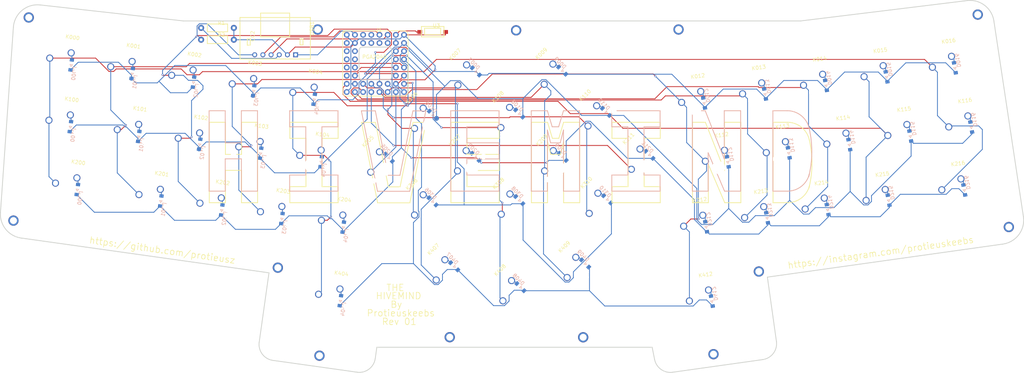
<source format=kicad_pcb>
(kicad_pcb (version 20221018) (generator pcbnew)
  (layers (0 "F.Cu" signal) (31 "B.Cu" signal) (34 "B.Paste" user) (35 "F.Paste" user) (36 "B.SilkS" user "B.Silkscreen") (37 "F.SilkS" user "F.Silkscreen") (38 "B.Mask" user) (39 "F.Mask" user) (44 "Edge.Cuts" user))
  (net 0 "")
  (net 1 "COL0")
  (net 2 "COL1")
  (net 3 "COL10")
  (net 4 "COL11")
  (net 5 "COL12")
  (net 6 "COL13")
  (net 7 "COL14")
  (net 8 "COL15")
  (net 9 "COL16")
  (net 10 "COL2")
  (net 11 "COL3")
  (net 12 "COL4")
  (net 13 "COL5")
  (net 14 "COL6")
  (net 15 "COL7")
  (net 16 "COL8")
  (net 17 "COL9")
  (net 18 "D+")
  (net 19 "D-")
  (net 20 "D000_A")
  (net 21 "D003_A")
  (net 22 "D009_A")
  (net 23 "D013_A")
  (net 24 "D014_A")
  (net 25 "D016_A")
  (net 26 "D101_A")
  (net 27 "D102_A")
  (net 28 "D104_A")
  (net 29 "D106_A")
  (net 30 "D110_A")
  (net 31 "D112_A")
  (net 32 "D115_A")
  (net 33 "D201_A")
  (net 34 "D202_A")
  (net 35 "D204_A")
  (net 36 "D205_A")
  (net 37 "D207_A")
  (net 38 "D211_A")
  (net 39 "D212_A")
  (net 40 "D215_A")
  (net 41 "D308_A")
  (net 42 "D408_A")
  (net 43 "D412_A")
  (net 44 "GND")
  (net 45 "K001_1")
  (net 46 "K002_1")
  (net 47 "K004_1")
  (net 48 "K007_1")
  (net 49 "K012_1")
  (net 50 "K015_1")
  (net 51 "K100_1")
  (net 52 "K103_1")
  (net 53 "K108_1")
  (net 54 "K113_1")
  (net 55 "K114_1")
  (net 56 "K116_1")
  (net 57 "K200_1")
  (net 58 "K203_1")
  (net 59 "K209_1")
  (net 60 "K213_1")
  (net 61 "K214_1")
  (net 62 "K216_1")
  (net 63 "K306_1")
  (net 64 "K310_1")
  (net 65 "K404_1")
  (net 66 "K407_1")
  (net 67 "K409_1")
  (net 68 "ROW0")
  (net 69 "ROW1")
  (net 70 "ROW2")
  (net 71 "ROW3")
  (net 72 "ROW4")
  (net 73 "RST")
  (net 74 "USB1_4")
  (net 75 "USB1_5")
  (net 76 "VCC")
  (footprint "easyeda:DIODE-SOD123" (layer "F.Cu") (at 30.359 61.646 -98)
    (fp_text reference "D001")
    (fp_text value "DIODE-SOD123" hide)
  )
  (footprint "easyeda:DIODE-SOD123" (layer "F.Cu") (at 124.085 74.346 -45)
    (fp_text reference "D106")
    (fp_text value "DIODE-SOD123" hide)
  )
  (footprint "easyeda:CHERRY_MX_100_MILLMAX" (layer "F.Cu") (at 85.858 89.713 -8)
    (fp_text reference "K104")
    (fp_text value "100")
  )
  (footprint "easyeda:DIODE-SOD123" (layer "F.Cu") (at 49.409 64.313 -98)
    (fp_text reference "D002")
    (fp_text value "DIODE-SOD123" hide)
  )
  (footprint "easyeda:DIODE-SOD123" (layer "F.Cu") (at 171.329 120.574 -45)
    (fp_text reference "D409")
    (fp_text value "DIODE-SOD123" hide)
  )
  (footprint "easyeda:CHERRY_MX_100_MILLMAX" (layer "F.Cu") (at 282.962 61.265 8)
    (fp_text reference "K016")
    (fp_text value "100")
  )
  (footprint "easyeda:CHERRY_MX_100_MILLMAX" (layer "F.Cu") (at 176.79 103.81 45)
    (fp_text reference "K310")
    (fp_text value "100")
  )
  (footprint "easyeda:CHERRY_MX_100_MILLMAX" (layer "F.Cu") (at 207.524 133.909 8)
    (fp_text reference "K412")
    (fp_text value "100")
  )
  (footprint "easyeda:CHERRY_MX_100_MILLMAX" (layer "F.Cu") (at 162.82 63.678 45)
    (fp_text reference "K009")
    (fp_text value "100")
  )
  (footprint "easyeda:DIODE-SOD123" (layer "F.Cu") (at 123.958 101.27 -45)
    (fp_text reference "D306")
    (fp_text value "DIODE-SOD123" hide)
  )
  (footprint "easyeda:CHERRY_MX_100_MILLMAX" (layer "F.Cu") (at 83.699 70.155 -8)
    (fp_text reference "K004")
    (fp_text value "100")
  )
  (footprint "easyeda:CHERRY_MX_100_MILLMAX" (layer "F.Cu") (at 129.292 124.511 45)
    (fp_text reference "K407")
    (fp_text value "100")
  )
  (footprint "easyeda:DIODE-SOD123" (layer "F.Cu") (at 68.078 66.98 -98)
    (fp_text reference "D003")
    (fp_text value "DIODE-SOD123" hide)
  )
  (footprint "easyeda:CHERRY_MX_100_MILLMAX" (layer "F.Cu") (at 64.903 67.488 -8)
    (fp_text reference "K003")
    (fp_text value "100")
  )
  (footprint "easyeda:DIODE-SOD123" (layer "F.Cu") (at 191.268 86.792 -45)
    (fp_text reference "D211")
    (fp_text value "DIODE-SOD123" hide)
  )
  (footprint "easyeda:CHERRY_MX_100_MILLMAX" (layer "F.Cu") (at 91.7 132.893 -8)
    (fp_text reference "K404")
    (fp_text value "100")
  )
  (footprint "easyeda:DIODE-SOD123" (layer "F.Cu") (at 58.172 104.064 -98)
    (fp_text reference "D202")
    (fp_text value "DIODE-SOD123" hide)
  )
  (footprint "easyeda:DIODE-SOD123" (layer "F.Cu") (at 11.182 78.156 -98)
    (fp_text reference "D100")
    (fp_text value "DIODE-SOD123" hide)
  )
  (footprint "easyeda:CHERRY_MX_100_MILLMAX" (layer "F.Cu") (at 136.023 63.932 45)
    (fp_text reference "K007")
    (fp_text value "100")
  )
  (footprint "easyeda:DIODE-SOD123" (layer "F.Cu") (at 290.963 78.283 -80)
    (fp_text reference "D116")
    (fp_text value "DIODE-SOD123" hide)
  )
  (footprint "easyeda:DIODE-SOD123" (layer "F.Cu") (at 227.59 106.477 -80)
    (fp_text reference "D213")
    (fp_text value "DIODE-SOD123" hide)
  )
  (footprint "easyeda:DIODE-SOD123" (layer "F.Cu") (at 208.667 109.271 -80)
    (fp_text reference "D212")
    (fp_text value "DIODE-SOD123" hide)
  )
  (footprint "easyeda:DIODE-SOD123" (layer "F.Cu") (at 32.391 81.204 -98)
    (fp_text reference "D101")
    (fp_text value "DIODE-SOD123" hide)
  )
  (footprint "easyeda:CHERRY_MX_100_MILLMAX" (layer "F.Cu") (at 205.111 72.187 8)
    (fp_text reference "K012")
    (fp_text value "100")
  )
  (footprint "easyeda:PGA2040_PTH_WITH_SLOT" (layer "F.Cu") (at 105.924 58.09)
    (fp_text reference "J1")
    (fp_text value "PGA2040_PTH_WITH_SLOT" hide)
    (fp_line (start -5.08 -4.08) (end -5.08 4.08) (stroke (width 0.254)) (layer "Edge.Cuts"))
    (fp_line (start -4.08 5.08) (end 4.08 5.08) (stroke (width 0.254)) (layer "Edge.Cuts"))
    (fp_line (start 4.08 -5.08) (end -4.08 -5.08) (stroke (width 0.254)) (layer "Edge.Cuts"))
    (fp_line (start 5.08 4.08) (end 5.08 -4.08) (stroke (width 0.254)) (layer "Edge.Cuts"))
    (fp_arc (start -5.08 -4.08) (mid -4.787107 -4.787107) (end -4.08 -5.08) (stroke (width 0.254)) (layer "Edge.Cuts"))
    (fp_arc (start -4.08 5.08) (mid -4.787107 4.787107) (end -5.08 4.08) (stroke (width 0.254)) (layer "Edge.Cuts"))
    (fp_arc (start 4.08 -5.08) (mid 4.787107 -4.787107) (end 5.08 -4.08) (stroke (width 0.254)) (layer "Edge.Cuts"))
    (fp_arc (start 5.08 4.08) (mid 4.787107 4.787107) (end 4.08 5.08) (stroke (width 0.254)) (layer "Edge.Cuts"))
  )
  (footprint "easyeda:DIODE-SOD123" (layer "F.Cu") (at 137.42 60.884 -45)
    (fp_text reference "D007")
    (fp_text value "DIODE-SOD123" hide)
  )
  (footprint "easyeda:DIODE-SOD123" (layer "F.Cu") (at 137.293 87.427 -45)
    (fp_text reference "D207")
    (fp_text value "DIODE-SOD123" hide)
  )
  (footprint "easyeda:DIODE-SOD123" (layer "F.Cu") (at 164.217 60.63 -45)
    (fp_text reference "D009")
    (fp_text value "DIODE-SOD123" hide)
  )
  (footprint "easyeda:CHERRY_MX_100_MILLMAX" (layer "F.Cu") (at 224.034 69.52 8)
    (fp_text reference "K013")
    (fp_text value "100")
  )
  (footprint "easyeda:DIODE-SOD123" (layer "F.Cu") (at 164.344 87.427 -45)
    (fp_text reference "D209")
    (fp_text value "DIODE-SOD123" hide)
  )
  (footprint "easyeda:DIODE-SOD123" (layer "F.Cu") (at 178.187 100.635 -45)
    (fp_text reference "D310")
    (fp_text value "DIODE-SOD123" hide)
  )
  (footprint "easyeda:DIODE-SOD123" (layer "F.Cu") (at 253.117 83.744 -80)
    (fp_text reference "D114")
    (fp_text value "DIODE-SOD123" hide)
  )
  (footprint "easyeda:CHERRY_MX_100_MILLMAX" (layer "F.Cu") (at 29.216 81.712 -8)
    (fp_text reference "K101")
    (fp_text value "100")
  )
  (footprint "easyeda:CHERRY_MX_100_MILLMAX" (layer "F.Cu") (at 48.139 84.379 -8)
    (fp_text reference "K102")
    (fp_text value "100")
  )
  (footprint "easyeda:DIODE-SOD123" (layer "F.Cu") (at 150.882 73.965 -45)
    (fp_text reference "D108")
    (fp_text value "DIODE-SOD123" hide)
  )
  (footprint "easyeda:CHERRY_MX_100_MILLMAX" (layer "F.Cu") (at 250.196 85.141 8)
    (fp_text reference "K114")
    (fp_text value "100")
  )
  (footprint "easyeda:CHERRY_MX_100_MILLMAX" (layer "F.Cu") (at 149.993 130.988 45)
    (fp_text reference "K408")
    (fp_text value "100")
  )
  (footprint "easyeda:DIODE-SOD123" (layer "F.Cu") (at 95.002 132.258 -98)
    (fp_text reference "D404")
    (fp_text value "DIODE-SOD123" hide)
  )
  (footprint "easyeda:CHERRY_MX_100_MILLMAX" (layer "F.Cu") (at 8.261 59.487 -8)
    (fp_text reference "K000")
    (fp_text value "100")
  )
  (footprint "easyeda:CHERRY_MX_100_MILLMAX" (layer "F.Cu") (at 73.666 107.239 -8)
    (fp_text reference "K203")
    (fp_text value "100")
  )
  (footprint "easyeda:DIODE-SOD123" (layer "F.Cu") (at 285.883 59.868 -80)
    (fp_text reference "D016")
    (fp_text value "DIODE-SOD123" hide)
  )
  (footprint "easyeda:DIODE-SOD123" (layer "F.Cu") (at 150.882 100.889 -45)
    (fp_text reference "D308")
    (fp_text value "DIODE-SOD123" hide)
  )
  (footprint "easyeda:CHERRY_MX_100_MILLMAX" (layer "F.Cu") (at 269.119 82.474 8)
    (fp_text reference "K115")
    (fp_text value "100")
  )
  (footprint "easyeda:CHERRY_MX_100_MILLMAX" (layer "F.Cu") (at 149.485 104.064 45)
    (fp_text reference "K308")
    (fp_text value "100")
  )
  (footprint "easyeda:DIODE-SOD123" (layer "F.Cu") (at 39.249 101.27 -98)
    (fp_text reference "D201")
    (fp_text value "DIODE-SOD123" hide)
  )
  (footprint "easyeda:RESET SWITCH" (layer "F.Cu") (at 123.704 48.311)
    (fp_text reference "U3")
    (fp_text value "RESET SWITCH" hide)
  )
  (footprint "easyeda:CHERRY_MX_100_MILLMAX" (layer "F.Cu") (at 27.184 62.154 -8)
    (fp_text reference "K001")
    (fp_text value "100")
  )
  (footprint "easyeda:CHERRY_MX_100_MILLMAX" (layer "F.Cu") (at 149.358 77.14 45)
    (fp_text reference "K108")
    (fp_text value "100")
  )
  (footprint "easyeda:CHERRY_MX_100_MILLMAX" (layer "F.Cu") (at 54.87 104.572 -8)
    (fp_text reference "K202")
    (fp_text value "100")
  )
  (footprint "easyeda:DIODE-SOD123" (layer "F.Cu") (at 13.341 97.714 -98)
    (fp_text reference "D200")
    (fp_text value "DIODE-SOD123" hide)
  )
  (footprint "easyeda:DIODE-SOD123" (layer "F.Cu") (at 110.369 87.681 -45)
    (fp_text reference "D205")
    (fp_text value "DIODE-SOD123" hide)
  )
  (footprint "easyeda:AXIAL-0.4" (layer "F.Cu") (at 56.902 47.041)
    (fp_text reference "R1")
    (fp_text value "5.1KΩ(5101)" hide)
  )
  (footprint "easyeda:CHERRY_MX_100_MILLMAX" (layer "F.Cu") (at 10.039 98.349 -8)
    (fp_text reference "K200")
    (fp_text value "100")
  )
  (footprint "easyeda:DIODE-SOD123" (layer "F.Cu") (at 288.804 97.841 -80)
    (fp_text reference "D216")
    (fp_text value "DIODE-SOD123" hide)
  )
  (footprint "easyeda:CHERRY_MX_100_MILLMAX" (layer "F.Cu") (at 242.957 66.853 8)
    (fp_text reference "K014")
    (fp_text value "100")
  )
  (footprint "easyeda:DIODE-SOD123" (layer "F.Cu") (at 208.032 70.79 -80)
    (fp_text reference "D012")
    (fp_text value "DIODE-SOD123" hide)
  )
  (footprint "easyeda:CHERRY_MX_100_MILLMAX" (layer "F.Cu") (at 162.947 90.602 45)
    (fp_text reference "K209")
    (fp_text value "100")
  )
  (footprint "easyeda:DIODE-SOD123" (layer "F.Cu") (at 210.445 132.385 -80)
    (fp_text reference "D412")
    (fp_text value "DIODE-SOD123" hide)
  )
  (footprint "easyeda:DIODE-SOD123" (layer "F.Cu") (at 234.321 86.284 -80)
    (fp_text reference "D113")
    (fp_text value "DIODE-SOD123" hide)
  )
  (footprint "easyeda:CHERRY_MX_100_MILLMAX" (layer "F.Cu") (at 8.007 78.791 -8)
    (fp_text reference "K100")
    (fp_text value "100")
  )
  (footprint "easyeda:CHERRY_MX_100_MILLMAX" (layer "F.Cu") (at 122.561 77.394 45)
    (fp_text reference "K106")
    (fp_text value "100")
  )
  (footprint "easyeda:DIODE-SOD123" (layer "F.Cu") (at 11.436 58.979 -98)
    (fp_text reference "D000")
    (fp_text value "DIODE-SOD123" hide)
  )
  (footprint "easyeda:CHERRY_MX_100_MILLMAX" (layer "F.Cu") (at 169.932 123.749 45)
    (fp_text reference "K409")
    (fp_text value "100")
  )
  (footprint "easyeda:DIODE-SOD123" (layer "F.Cu") (at 177.806 73.457 -45)
    (fp_text reference "D110")
    (fp_text value "DIODE-SOD123" hide)
  )
  (footprint "easyeda:DIODE-SOD123" (layer "F.Cu") (at 130.689 121.463 -45)
    (fp_text reference "D407")
    (fp_text value "DIODE-SOD123" hide)
  )
  (footprint "easyeda:CHERRY_MX_100_MILLMAX" (layer "F.Cu") (at 189.871 90.094 45)
    (fp_text reference "K211")
    (fp_text value "100")
  )
  (footprint "easyeda:CHERRY_MX_100_MILLMAX" (layer "F.Cu") (at 285.883 99.365 8)
    (fp_text reference "K216")
    (fp_text value "100")
  )
  (footprint "easyeda:DIODE-SOD123" (layer "F.Cu") (at 272.04 81.077 -80)
    (fp_text reference "D115")
    (fp_text value "DIODE-SOD123" hide)
  )
  (footprint "easyeda:DIODE-SOD123" (layer "F.Cu") (at 215.398 89.078 -80)
    (fp_text reference "D112")
    (fp_text value "DIODE-SOD123" hide)
  )
  (footprint "easyeda:CHERRY_MX_100_MILLMAX" (layer "F.Cu") (at 262.388 102.667 8)
    (fp_text reference "K215")
    (fp_text value "100")
  )
  (footprint "easyeda:CHERRY_MX_100_MILLMAX" (layer "F.Cu") (at 224.669 108.001 8)
    (fp_text reference "K213")
    (fp_text value "100")
  )
  (footprint "easyeda:DIODE-SOD123" (layer "F.Cu") (at 89.033 89.078 -98)
    (fp_text reference "D104")
    (fp_text value "DIODE-SOD123" hide)
  )
  (footprint "easyeda:CHERRY_MX_100_MILLMAX" (layer "F.Cu") (at 135.896 90.602 45)
    (fp_text reference "K207")
    (fp_text value "100")
  )
  (footprint "easyeda:CHERRY_MX_100_MILLMAX" (layer "F.Cu") (at 288.042 79.807 8)
    (fp_text reference "K116")
    (fp_text value "100")
  )
  (footprint "easyeda:DIODE-SOD123" (layer "F.Cu") (at 86.874 69.647 -98)
    (fp_text reference "D004")
    (fp_text value "DIODE-SOD123" hide)
  )
  (footprint "easyeda:DIODE-SOD123" (layer "F.Cu") (at 76.841 106.731 -98)
    (fp_text reference "D203")
    (fp_text value "DIODE-SOD123" hide)
  )
  (footprint "easyeda:CHERRY_MX_100_MILLMAX" (layer "F.Cu") (at 261.753 64.186 8)
    (fp_text reference "K015")
    (fp_text value "100")
  )
  (footprint "easyeda:CHERRY_MX_100_MILLMAX" (layer "F.Cu") (at 35.947 101.905 -8)
    (fp_text reference "K201")
    (fp_text value "100")
  )
  (footprint "easyeda:AXIAL-0.4" (layer "F.Cu") (at 56.902 50.724)
    (fp_text reference "R2")
    (fp_text value "5.1KΩ(5101)" hide)
  )
  (footprint "easyeda:DIODE-SOD123" (layer "F.Cu") (at 245.878 65.329 -80)
    (fp_text reference "D014")
    (fp_text value "DIODE-SOD123" hide)
  )
  (footprint "easyeda:CHERRY_MX_100_MILLMAX" (layer "F.Cu") (at 122.561 104.318 45)
    (fp_text reference "K306")
    (fp_text value "100")
  )
  (footprint "easyeda:DIODE-SOD123" (layer "F.Cu") (at 246.386 103.937 -80)
    (fp_text reference "D214")
    (fp_text value "DIODE-SOD123" hide)
  )
  (footprint "easyeda:DIODE-SOD123" (layer "F.Cu") (at 264.674 62.662 -80)
    (fp_text reference "D015")
    (fp_text value "DIODE-SOD123" hide)
  )
  (footprint "easyeda:CHERRY_MX_100_MILLMAX" (layer "F.Cu") (at 212.477 90.475 8)
    (fp_text reference "K112")
    (fp_text value "100")
  )
  (footprint "easyeda:CHERRY_MX_100_MILLMAX" (layer "F.Cu") (at 205.746 110.668 8)
    (fp_text reference "K212")
    (fp_text value "100")
  )
  (footprint "easyeda:DIODE-SOD123" (layer "F.Cu") (at 226.955 67.996 -80)
    (fp_text reference "D013")
    (fp_text value "DIODE-SOD123" hide)
  )
  (footprint "easyeda:CHERRY_MX_100_MILLMAX" (layer "F.Cu") (at 92.589 109.906 -8)
    (fp_text reference "K204")
    (fp_text value "100")
  )
  (footprint "easyeda:USB-C_TH_BREAKOUT_6P" (layer "F.Cu") (at 74.809 49.581 -90)
    (fp_text reference "USB1")
    (fp_text value "CC2")
  )
  (footprint "easyeda:DIODE-SOD123" (layer "F.Cu") (at 95.891 109.398 -98)
    (fp_text reference "D204")
    (fp_text value "DIODE-SOD123" hide)
  )
  (footprint "easyeda:CHERRY_MX_100_MILLMAX" (layer "F.Cu") (at 231.4 87.808 8)
    (fp_text reference "K113")
    (fp_text value "100")
  )
  (footprint "easyeda:DIODE-SOD123" (layer "F.Cu") (at 265.309 101.016 -80)
    (fp_text reference "D215")
    (fp_text value "DIODE-SOD123" hide)
  )
  (footprint "easyeda:CHERRY_MX_100_MILLMAX" (layer "F.Cu") (at 66.935 87.046 -8)
    (fp_text reference "K103")
    (fp_text value "100")
  )
  (footprint "easyeda:DIODE-SOD123" (layer "F.Cu") (at 70.237 86.411 -98)
    (fp_text reference "D103")
    (fp_text value "DIODE-SOD123" hide)
  )
  (footprint "easyeda:DIODE-SOD123" (layer "F.Cu") (at 151.263 127.94 -45)
    (fp_text reference "D408")
    (fp_text value "DIODE-SOD123" hide)
  )
  (footprint "easyeda:DIODE-SOD123" (layer "F.Cu") (at 51.314 83.617 -98)
    (fp_text reference "D102")
    (fp_text value "DIODE-SOD123" hide)
  )
  (footprint "easyeda:CHERRY_MX_100_MILLMAX" (layer "F.Cu") (at 46.107 64.821 -8)
    (fp_text reference "K002")
    (fp_text value "100")
  )
  (footprint "easyeda:CHERRY_MX_100_MILLMAX" (layer "F.Cu") (at 243.465 105.334 8)
    (fp_text reference "K214")
    (fp_text value "100")
  )
  (footprint "easyeda:CHERRY_MX_100_MILLMAX" (layer "F.Cu") (at 108.972 90.983 45)
    (fp_text reference "K205")
    (fp_text value "100")
  )
  (footprint "easyeda:CHERRY_MX_100_MILLMAX" (layer "F.Cu") (at 176.409 76.632 45)
    (fp_text reference "K110")
    (fp_text value "100")
  )
  (gr_line (start 79.311 97.786) (end 79.311 92.786) (stroke (width 0.254)) (layer "B.SilkS"))
  (gr_line (start 94.311 72.786) (end 94.311 77.786) (stroke (width 0.254)) (layer "B.SilkS"))
  (gr_line (start 106.574 97.84) (end 116.573 97.84) (stroke (width 0.254)) (layer "B.SilkS"))
  (gr_line (start 194.311 72.786) (end 194.311 77.786) (stroke (width 0.254)) (layer "B.SilkS"))
  (gr_line (start 121.573 72.84) (end 117.573 72.84) (stroke (width 0.254)) (layer "B.SilkS"))
  (gr_line (start 109.909 92.868) (end 105.903 72.84) (stroke (width 0.254)) (layer "B.SilkS"))
  (gr_line (start 169.311 97.786) (end 169.311 72.786) (stroke (width 0.254)) (layer "B.SilkS"))
  (gr_line (start 164.311 97.786) (end 169.311 97.786) (stroke (width 0.254)) (layer "B.SilkS"))
  (gr_line (start 94.311 92.786) (end 94.311 97.786) (stroke (width 0.254)) (layer "B.SilkS"))
  (gr_line (start 184.311 92.786) (end 184.311 77.786) (stroke (width 0.254)) (layer "B.SilkS"))
  (gr_line (start 134.311 87.786) (end 134.311 92.786) (stroke (width 0.254)) (layer "B.SilkS"))
  (gr_line (start 154.311 72.786) (end 154.311 97.786) (stroke (width 0.254)) (layer "B.SilkS"))
  (gr_line (start 159.311 78.786) (end 160.311 82.786) (stroke (width 0.254)) (layer "B.SilkS"))
  (gr_arc (start 240.581 78.291) (mid 241.399262 85.777543) (end 240.445196 93.247993) (stroke (width 0.254)) (layer "B.SilkS"))
  (gr_line (start 129.311 72.786) (end 144.311 72.786) (stroke (width 0.254)) (layer "B.SilkS"))
  (gr_line (start 84.311 92.786) (end 84.311 77.786) (stroke (width 0.254)) (layer "B.SilkS"))
  (gr_line (start 69.311 72.786) (end 69.311 97.786) (stroke (width 0.254)) (layer "B.SilkS"))
  (gr_line (start 64.311 82.786) (end 64.311 72.786) (stroke (width 0.254)) (layer "B.SilkS"))
  (gr_line (start 160.811 77.786) (end 159.311 72.786) (stroke (width 0.254)) (layer "B.SilkS"))
  (gr_line (start 194.311 77.786) (end 189.311 77.786) (stroke (width 0.254)) (layer "B.SilkS"))
  (gr_line (start 64.311 87.753) (end 59.311 87.753) (stroke (width 0.254)) (layer "B.SilkS"))
  (gr_line (start 134.311 92.786) (end 144.311 92.786) (stroke (width 0.254)) (layer "B.SilkS"))
  (gr_line (start 144.311 77.786) (end 134.311 77.786) (stroke (width 0.254)) (layer "B.SilkS"))
  (gr_line (start 117.573 72.84) (end 113.54 92.868) (stroke (width 0.254)) (layer "B.SilkS"))
  (gr_line (start 233.742 72.786) (end 229.31 72.786) (stroke (width 0.254)) (layer "B.SilkS"))
  (gr_line (start 219.31 97.786) (end 219.31 72.786) (stroke (width 0.254)) (layer "B.SilkS"))
  (gr_line (start 184.311 77.786) (end 179.311 77.786) (stroke (width 0.254)) (layer "B.SilkS"))
  (gr_line (start 144.311 82.786) (end 144.311 87.786) (stroke (width 0.254)) (layer "B.SilkS"))
  (gr_line (start 59.311 72.786) (end 59.311 82.786) (stroke (width 0.254)) (layer "B.SilkS"))
  (gr_line (start 209.224 97.786) (end 209.224 85.869) (stroke (width 0.254)) (layer "B.SilkS"))
  (gr_line (start 144.311 97.786) (end 129.311 97.786) (stroke (width 0.254)) (layer "B.SilkS"))
  (gr_line (start 129.311 97.786) (end 129.311 72.786) (stroke (width 0.254)) (layer "B.SilkS"))
  (gr_line (start 144.311 72.786) (end 144.311 77.786) (stroke (width 0.254)) (layer "B.SilkS"))
  (gr_line (start 219.31 72.786) (end 214.227 72.786) (stroke (width 0.254)) (layer "B.SilkS"))
  (gr_line (start 189.311 77.786) (end 189.311 92.786) (stroke (width 0.254)) (layer "B.SilkS"))
  (gr_line (start 209.224 85.869) (end 214.31 97.786) (stroke (width 0.254)) (layer "B.SilkS"))
  (gr_line (start 194.311 97.786) (end 179.311 97.786) (stroke (width 0.254)) (layer "B.SilkS"))
  (gr_line (start 79.311 72.786) (end 94.311 72.786) (stroke (width 0.254)) (layer "B.SilkS"))
  (gr_line (start 160.311 82.786) (end 163.311 82.786) (stroke (width 0.254)) (layer "B.SilkS"))
  (gr_line (start 204.31 97.786) (end 209.224 97.786) (stroke (width 0.254)) (layer "B.SilkS"))
  (gr_line (start 94.311 97.786) (end 79.311 97.786) (stroke (width 0.254)) (layer "B.SilkS"))
  (gr_line (start 214.227 72.786) (end 214.227 87.786) (stroke (width 0.254)) (layer "B.SilkS"))
  (gr_line (start 144.311 92.786) (end 144.311 97.786) (stroke (width 0.254)) (layer "B.SilkS"))
  (gr_line (start 169.311 72.786) (end 164.311 72.786) (stroke (width 0.254)) (layer "B.SilkS"))
  (gr_line (start 94.311 77.786) (end 89.311 77.786) (stroke (width 0.254)) (layer "B.SilkS"))
  (gr_line (start 229.31 97.786) (end 233.845 97.786) (stroke (width 0.254)) (layer "B.SilkS"))
  (gr_line (start 89.311 92.786) (end 94.311 92.786) (stroke (width 0.254)) (layer "B.SilkS"))
  (gr_line (start 214.31 97.786) (end 219.31 97.786) (stroke (width 0.254)) (layer "B.SilkS"))
  (gr_line (start 229.31 72.786) (end 229.31 97.786) (stroke (width 0.254)) (layer "B.SilkS"))
  (gr_line (start 134.311 77.786) (end 134.311 82.786) (stroke (width 0.254)) (layer "B.SilkS"))
  (gr_line (start 113.54 92.868) (end 109.909 92.868) (stroke (width 0.254)) (layer "B.SilkS"))
  (gr_line (start 240.581 78.291) (end 240.563 78.212) (stroke (width 0.254)) (layer "B.SilkS"))
  (gr_line (start 64.311 97.786) (end 64.311 87.753) (stroke (width 0.254)) (layer "B.SilkS"))
  (gr_line (start 204.31 72.786) (end 204.31 97.786) (stroke (width 0.254)) (layer "B.SilkS"))
  (gr_line (start 54.311 72.786) (end 59.311 72.786) (stroke (width 0.254)) (layer "B.SilkS"))
  (gr_line (start 162.811 77.786) (end 160.811 77.786) (stroke (width 0.254)) (layer "B.SilkS"))
  (gr_line (start 208.31 72.786) (end 204.31 72.786) (stroke (width 0.254)) (layer "B.SilkS"))
  (gr_line (start 179.311 77.786) (end 179.311 72.786) (stroke (width 0.254)) (layer "B.SilkS"))
  (gr_line (start 179.311 92.786) (end 184.311 92.786) (stroke (width 0.254)) (layer "B.SilkS"))
  (gr_line (start 79.311 92.786) (end 84.311 92.786) (stroke (width 0.254)) (layer "B.SilkS"))
  (gr_line (start 189.311 92.786) (end 194.311 92.786) (stroke (width 0.254)) (layer "B.SilkS"))
  (gr_line (start 59.311 82.786) (end 64.311 82.786) (stroke (width 0.254)) (layer "B.SilkS"))
  (gr_line (start 116.573 97.84) (end 121.573 72.84) (stroke (width 0.254)) (layer "B.SilkS"))
  (gr_line (start 163.311 82.786) (end 164.311 78.786) (stroke (width 0.254)) (layer "B.SilkS"))
  (gr_line (start 105.903 72.84) (end 101.574 72.84) (stroke (width 0.254)) (layer "B.SilkS"))
  (gr_line (start 101.574 72.84) (end 106.574 97.84) (stroke (width 0.254)) (layer "B.SilkS"))
  (gr_line (start 89.311 77.786) (end 89.311 92.786) (stroke (width 0.254)) (layer "B.SilkS"))
  (gr_line (start 144.311 87.786) (end 134.311 87.786) (stroke (width 0.254)) (layer "B.SilkS"))
  (gr_arc (start 240.636 92.484) (mid 238.152722 96.303646) (end 233.844728 97.786063) (stroke (width 0.254)) (layer "B.SilkS"))
  (gr_line (start 64.311 72.786) (end 69.311 72.786) (stroke (width 0.254)) (layer "B.SilkS"))
  (gr_line (start 69.311 97.786) (end 64.311 97.786) (stroke (width 0.254)) (layer "B.SilkS"))
  (gr_line (start 134.311 82.786) (end 144.311 82.786) (stroke (width 0.254)) (layer "B.SilkS"))
  (gr_line (start 240.636 92.484) (end 240.445 93.248) (stroke (width 0.254)) (layer "B.SilkS"))
  (gr_line (start 164.311 78.786) (end 164.311 97.786) (stroke (width 0.254)) (layer "B.SilkS"))
  (gr_line (start 159.311 97.786) (end 159.311 78.786) (stroke (width 0.254)) (layer "B.SilkS"))
  (gr_line (start 59.311 97.786) (end 54.311 97.786) (stroke (width 0.254)) (layer "B.SilkS"))
  (gr_line (start 79.311 77.786) (end 79.311 72.786) (stroke (width 0.254)) (layer "B.SilkS"))
  (gr_arc (start 233.742 72.786) (mid 238.099842 74.307933) (end 240.562728 78.211938) (stroke (width 0.254)) (layer "B.SilkS"))
  (gr_line (start 194.311 92.786) (end 194.311 97.786) (stroke (width 0.254)) (layer "B.SilkS"))
  (gr_line (start 154.311 97.786) (end 159.311 97.786) (stroke (width 0.254)) (layer "B.SilkS"))
  (gr_line (start 214.227 87.786) (end 208.31 72.786) (stroke (width 0.254)) (layer "B.SilkS"))
  (gr_line (start 59.311 87.753) (end 59.311 97.786) (stroke (width 0.254)) (layer "B.SilkS"))
  (gr_line (start 164.311 72.786) (end 162.811 77.786) (stroke (width 0.254)) (layer "B.SilkS"))
  (gr_line (start 179.311 72.786) (end 194.311 72.786) (stroke (width 0.254)) (layer "B.SilkS"))
  (gr_line (start 54.311 97.786) (end 54.311 72.786) (stroke (width 0.254)) (layer "B.SilkS"))
  (gr_line (start 84.311 77.786) (end 79.311 77.786) (stroke (width 0.254)) (layer "B.SilkS"))
  (gr_line (start 179.311 97.786) (end 179.311 92.786) (stroke (width 0.254)) (layer "B.SilkS"))
  (gr_line (start 159.311 72.786) (end 154.311 72.786) (stroke (width 0.254)) (layer "B.SilkS"))
  (gr_line (start 159.362 101.378) (end 159.362 82.378) (stroke (width 0.254)) (layer "F.SilkS"))
  (gr_line (start 113.591 96.46) (end 109.96 96.46) (stroke (width 0.254)) (layer "F.SilkS"))
  (gr_line (start 89.362 81.378) (end 89.362 96.378) (stroke (width 0.254)) (layer "F.SilkS"))
  (gr_line (start 144.362 86.378) (end 144.362 91.378) (stroke (width 0.254)) (layer "F.SilkS"))
  (gr_line (start 219.362 101.378) (end 219.362 76.378) (stroke (width 0.254)) (layer "F.SilkS"))
  (gr_line (start 59.362 91.344) (end 59.362 101.378) (stroke (width 0.254)) (layer "F.SilkS"))
  (gr_line (start 219.362 76.378) (end 214.279 76.378) (stroke (width 0.254)) (layer "F.SilkS"))
  (gr_line (start 164.362 76.378) (end 162.862 81.378) (stroke (width 0.254)) (layer "F.SilkS"))
  (gr_line (start 163.362 86.378) (end 164.362 82.378) (stroke (width 0.254)) (layer "F.SilkS"))
  (gr_line (start 189.362 96.378) (end 194.362 96.378) (stroke (width 0.254)) (layer "F.SilkS"))
  (gr_line (start 240.687 96.076) (end 240.496 96.84) (stroke (width 0.254)) (layer "F.SilkS"))
  (gr_line (start 129.362 76.378) (end 144.362 76.378) (stroke (width 0.254)) (layer "F.SilkS"))
  (gr_line (start 194.362 101.378) (end 179.362 101.378) (stroke (width 0.254)) (layer "F.SilkS"))
  (gr_line (start 169.362 76.378) (end 164.362 76.378) (stroke (width 0.254)) (layer "F.SilkS"))
  (gr_line (start 184.362 81.378) (end 179.362 81.378) (stroke (width 0.254)) (layer "F.SilkS"))
  (gr_line (start 84.362 96.378) (end 84.362 81.378) (stroke (width 0.254)) (layer "F.SilkS"))
  (gr_line (start 79.362 76.378) (end 94.362 76.378) (stroke (width 0.254)) (layer "F.SilkS"))
  (gr_arc (start 240.687 96.076) (mid 238.203722 99.895646) (end 233.895728 101.378063) (stroke (width 0.254)) (layer "F.SilkS"))
  (gr_arc (start 240.632 81.883) (mid 241.45029 89.369309) (end 240.496305 96.839539) (stroke (width 0.254)) (layer "F.SilkS"))
  (gr_line (start 89.362 96.378) (end 94.362 96.378) (stroke (width 0.254)) (layer "F.SilkS"))
  (gr_line (start 144.362 81.378) (end 134.362 81.378) (stroke (width 0.254)) (layer "F.SilkS"))
  (gr_line (start 144.362 91.378) (end 134.362 91.378) (stroke (width 0.254)) (layer "F.SilkS"))
  (gr_line (start 94.362 101.378) (end 79.362 101.378) (stroke (width 0.254)) (layer "F.SilkS"))
  (gr_line (start 106.625 101.432) (end 116.625 101.432) (stroke (width 0.254)) (layer "F.SilkS"))
  (gr_line (start 179.362 81.378) (end 179.362 76.378) (stroke (width 0.254)) (layer "F.SilkS"))
  (gr_line (start 194.362 76.378) (end 194.362 81.378) (stroke (width 0.254)) (layer "F.SilkS"))
  (gr_line (start 94.362 96.378) (end 94.362 101.378) (stroke (width 0.254)) (layer "F.SilkS"))
  (gr_line (start 134.362 96.378) (end 144.362 96.378) (stroke (width 0.254)) (layer "F.SilkS"))
  (gr_line (start 59.362 101.378) (end 54.362 101.378) (stroke (width 0.254)) (layer "F.SilkS"))
  (gr_line (start 214.279 76.378) (end 214.279 91.378) (stroke (width 0.254)) (layer "F.SilkS"))
  (gr_line (start 64.362 86.378) (end 64.362 76.378) (stroke (width 0.254)) (layer "F.SilkS"))
  (gr_line (start 184.362 96.378) (end 184.362 81.378) (stroke (width 0.254)) (layer "F.SilkS"))
  (gr_line (start 59.362 86.378) (end 64.362 86.378) (stroke (width 0.254)) (layer "F.SilkS"))
  (gr_line (start 134.362 91.378) (end 134.362 96.378) (stroke (width 0.254)) (layer "F.SilkS"))
  (gr_line (start 144.362 101.378) (end 129.362 101.378) (stroke (width 0.254)) (layer "F.SilkS"))
  (gr_line (start 214.279 91.378) (end 208.362 76.378) (stroke (width 0.254)) (layer "F.SilkS"))
  (gr_line (start 69.362 76.378) (end 69.362 101.378) (stroke (width 0.254)) (layer "F.SilkS"))
  (gr_line (start 79.362 81.378) (end 79.362 76.378) (stroke (width 0.254)) (layer "F.SilkS"))
  (gr_line (start 194.362 96.378) (end 194.362 101.378) (stroke (width 0.254)) (layer "F.SilkS"))
  (gr_line (start 179.362 76.378) (end 194.362 76.378) (stroke (width 0.254)) (layer "F.SilkS"))
  (gr_line (start 179.362 96.378) (end 184.362 96.378) (stroke (width 0.254)) (layer "F.SilkS"))
  (gr_line (start 209.276 89.461) (end 214.362 101.378) (stroke (width 0.254)) (layer "F.SilkS"))
  (gr_line (start 204.362 76.378) (end 204.362 101.378) (stroke (width 0.254)) (layer "F.SilkS"))
  (gr_line (start 189.362 81.378) (end 189.362 96.378) (stroke (width 0.254)) (layer "F.SilkS"))
  (gr_line (start 54.362 76.378) (end 59.362 76.378) (stroke (width 0.254)) (layer "F.SilkS"))
  (gr_line (start 204.362 101.378) (end 209.276 101.378) (stroke (width 0.254)) (layer "F.SilkS"))
  (gr_line (start 94.362 81.378) (end 89.362 81.378) (stroke (width 0.254)) (layer "F.SilkS"))
  (gr_line (start 160.862 81.378) (end 159.362 76.378) (stroke (width 0.254)) (layer "F.SilkS"))
  (gr_line (start 162.862 81.378) (end 160.862 81.378) (stroke (width 0.254)) (layer "F.SilkS"))
  (gr_line (start 64.362 91.344) (end 59.362 91.344) (stroke (width 0.254)) (layer "F.SilkS"))
  (gr_line (start 105.955 76.432) (end 101.625 76.432) (stroke (width 0.254)) (layer "F.SilkS"))
  (gr_line (start 144.362 76.378) (end 144.362 81.378) (stroke (width 0.254)) (layer "F.SilkS"))
  (gr_line (start 117.625 76.432) (end 113.591 96.46) (stroke (width 0.254)) (layer "F.SilkS"))
  (gr_line (start 229.362 101.378) (end 233.896 101.378) (stroke (width 0.254)) (layer "F.SilkS"))
  (gr_line (start 121.625 76.432) (end 117.625 76.432) (stroke (width 0.254)) (layer "F.SilkS"))
  (gr_line (start 179.362 101.378) (end 179.362 96.378) (stroke (width 0.254)) (layer "F.SilkS"))
  (gr_line (start 233.793 76.378) (end 229.362 76.378) (stroke (width 0.254)) (layer "F.SilkS"))
  (gr_line (start 129.362 101.378) (end 129.362 76.378) (stroke (width 0.254)) (layer "F.SilkS"))
  (gr_line (start 240.632 81.883) (end 240.614 81.804) (stroke (width 0.254)) (layer "F.SilkS"))
  (gr_line (start 79.362 96.378) (end 84.362 96.378) (stroke (width 0.254)) (layer "F.SilkS"))
  (gr_line (start 159.362 76.378) (end 154.362 76.378) (stroke (width 0.254)) (layer "F.SilkS"))
  (gr_line (start 79.362 101.378) (end 79.362 96.378) (stroke (width 0.254)) (layer "F.SilkS"))
  (gr_line (start 229.362 76.378) (end 229.362 101.378) (stroke (width 0.254)) (layer "F.SilkS"))
  (gr_line (start 84.362 81.378) (end 79.362 81.378) (stroke (width 0.254)) (layer "F.SilkS"))
  (gr_line (start 169.362 101.378) (end 169.362 76.378) (stroke (width 0.254)) (layer "F.SilkS"))
  (gr_line (start 154.362 76.378) (end 154.362 101.378) (stroke (width 0.254)) (layer "F.SilkS"))
  (gr_line (start 69.362 101.378) (end 64.362 101.378) (stroke (width 0.254)) (layer "F.SilkS"))
  (gr_line (start 64.362 76.378) (end 69.362 76.378) (stroke (width 0.254)) (layer "F.SilkS"))
  (gr_line (start 164.362 101.378) (end 169.362 101.378) (stroke (width 0.254)) (layer "F.SilkS"))
  (gr_arc (start 233.793 76.378) (mid 238.150842 77.899933) (end 240.613728 81.803938) (stroke (width 0.254)) (layer "F.SilkS"))
  (gr_line (start 154.362 101.378) (end 159.362 101.378) (stroke (width 0.254)) (layer "F.SilkS"))
  (gr_line (start 59.362 76.378) (end 59.362 86.378) (stroke (width 0.254)) (layer "F.SilkS"))
  (gr_line (start 54.362 101.378) (end 54.362 76.378) (stroke (width 0.254)) (layer "F.SilkS"))
  (gr_line (start 164.362 82.378) (end 164.362 101.378) (stroke (width 0.254)) (layer "F.SilkS"))
  (gr_line (start 144.362 96.378) (end 144.362 101.378) (stroke (width 0.254)) (layer "F.SilkS"))
  (gr_line (start 134.362 86.378) (end 144.362 86.378) (stroke (width 0.254)) (layer "F.SilkS"))
  (gr_line (start 109.96 96.46) (end 105.955 76.432) (stroke (width 0.254)) (layer "F.SilkS"))
  (gr_line (start 160.362 86.378) (end 163.362 86.378) (stroke (width 0.254)) (layer "F.SilkS"))
  (gr_line (start 64.362 101.378) (end 64.362 91.344) (stroke (width 0.254)) (layer "F.SilkS"))
  (gr_line (start 208.362 76.378) (end 204.362 76.378) (stroke (width 0.254)) (layer "F.SilkS"))
  (gr_line (start 209.276 101.378) (end 209.276 89.461) (stroke (width 0.254)) (layer "F.SilkS"))
  (gr_line (start 94.362 76.378) (end 94.362 81.378) (stroke (width 0.254)) (layer "F.SilkS"))
  (gr_line (start 159.362 82.378) (end 160.362 86.378) (stroke (width 0.254)) (layer "F.SilkS"))
  (gr_line (start 214.362 101.378) (end 219.362 101.378) (stroke (width 0.254)) (layer "F.SilkS"))
  (gr_line (start 101.625 76.432) (end 106.625 101.432) (stroke (width 0.254)) (layer "F.SilkS"))
  (gr_line (start 194.362 81.378) (end 189.362 81.378) (stroke (width 0.254)) (layer "F.SilkS"))
  (gr_line (start 134.362 81.378) (end 134.362 86.378) (stroke (width 0.254)) (layer "F.SilkS"))
  (gr_line (start 116.625 101.432) (end 121.625 76.432) (stroke (width 0.254)) (layer "F.SilkS"))
  (gr_line (start 105.879 149.815) (end 106.369 146.326) (stroke (width 0.254)) (layer "Edge.Cuts"))
  (gr_line (start 198.196 154.083) (end 226.163 150.152) (stroke (width 0.254)) (layer "Edge.Cuts"))
  (gr_arc (start 105.879 149.815) (mid 103.936739 153.112032) (end 100.232 154.07) (stroke (width 0.254)) (layer "Edge.Cuts"))
  (gr_line (start 227.61 124.517) (end 300.71 114.243) (stroke (width 0.254)) (layer "Edge.Cuts"))
  (gr_arc (start -6.455 46.847) (mid -3.776037 41.608031) (end 1.859425 39.915336) (stroke (width 0.254)) (layer "Edge.Cuts"))
  (gr_arc (start 230.419 144.505) (mid 229.461032 148.209739) (end 226.164 150.152) (stroke (width 0.254)) (layer "Edge.Cuts"))
  (gr_arc (start 198.196 154.083) (mid 194.607839 153.210262) (end 192.597445 150.112701) (stroke (width 0.254)) (layer "Edge.Cuts"))
  (gr_line (start 191.84 146.326) (end 192.597 150.112) (stroke (width 0.254)) (layer "Edge.Cuts"))
  (gr_line (start 74.111 150.399) (end 100.232 154.07) (stroke (width 0.254)) (layer "Edge.Cuts"))
  (gr_line (start 237.928 44.882) (end 46.285 44.882) (stroke (width 0.254)) (layer "Edge.Cuts"))
  (gr_line (start -4.026 112.369) (end 72.888 123.178) (stroke (width 0.254)) (layer "Edge.Cuts"))
  (gr_arc (start -4.026 112.369) (mid -8.810303 109.663304) (end -10.464819 104.421842) (stroke (width 0.254)) (layer "Edge.Cuts"))
  (gr_arc (start 289.593 38.558) (mid 295.041113 40.030596) (end 297.919856 44.884801) (stroke (width 0.254)) (layer "Edge.Cuts"))
  (gr_arc (start 307.083 105.699) (mid 305.678294 111.300629) (end 300.709418 114.243709) (stroke (width 0.254)) (layer "Edge.Cuts"))
  (gr_line (start 106.369 146.326) (end 191.84 146.326) (stroke (width 0.254)) (layer "Edge.Cuts"))
  (gr_line (start 307.083 105.699) (end 297.92 44.885) (stroke (width 0.254)) (layer "Edge.Cuts"))
  (gr_line (start 230.419 144.505) (end 227.61 124.517) (stroke (width 0.254)) (layer "Edge.Cuts"))
  (gr_line (start 289.591 38.557) (end 237.928 44.882) (stroke (width 0.254)) (layer "Edge.Cuts"))
  (gr_line (start -6.455 46.847) (end -10.465 104.421) (stroke (width 0.254)) (layer "Edge.Cuts"))
  (gr_line (start 46.285 44.882) (end 1.86 39.914) (stroke (width 0.254)) (layer "Edge.Cuts"))
  (gr_arc (start 74.111 150.399) (mid 70.813968 148.456739) (end 69.856 144.752) (stroke (width 0.254)) (layer "Edge.Cuts"))
  (gr_line (start 72.888 123.178) (end 69.856 144.752) (stroke (width 0.254)) (layer "Edge.Cuts"))
  (gr_text "THE" (at 109.226 127.813) (layer "F.SilkS") (effects (font (size 2.032 2.032) (thickness 0.203)) (justify left)))
  (gr_text "https://instagram.com/protieuskeebs" (at 233.813 120.955 8) (layer "F.SilkS") (effects (font (size 2.032 2.032) (thickness 0.203)) (justify left)))
  (gr_text "Rev 01" (at 107.829 138.354) (layer "F.SilkS") (effects (font (size 2.032 2.032) (thickness 0.203)) (justify left)))
  (gr_text "https://github.com/protieusz" (at 17.024 112.954 -8) (layer "F.SilkS") (effects (font (size 2.032 2.032) (thickness 0.203)) (justify left)))
  (gr_text "By" (at 110.496 133.02) (layer "F.SilkS") (effects (font (size 2.032 2.032) (thickness 0.203)) (justify left)))
  (gr_text "Protieuskeebs" (at 103.13 135.687) (layer "F.SilkS") (effects (font (size 2.032 2.032) (thickness 0.203)) (justify left)))
  (gr_text "PGA2040" (at 101.733 56.058) (layer "F.SilkS") (effects (font (size 1.143 1.143) (thickness 0.152)) (justify left)))
  (gr_text "HIVEMIND" (at 105.924 130.353) (layer "F.SilkS") (effects (font (size 2.032 2.032) (thickness 0.203)) (justify left)))
  (via (at 149.612 47.803) (size 3.2) (drill 2.184) (layers "F.Cu" "B.Cu") (net 0))
  (via (at 302.563 108.945) (size 3.2) (drill 2.184) (layers "F.Cu" "B.Cu") (net 0))
  (via (at 292.916 42.916) (size 3.2) (drill 2.184) (layers "F.Cu" "B.Cu") (net 0))
  (via (at 88.017 47.549) (size 3.2) (drill 2.184) (layers "F.Cu" "B.Cu") (net 0))
  (via (at 129.001 143.191) (size 3.2) (drill 2.184) (layers "F.Cu" "B.Cu") (net 0))
  (via (at 200.031 47.549) (size 3.2) (drill 2.184) (layers "F.Cu" "B.Cu") (net 0))
  (via (at 224.96 122.769) (size 3.2) (drill 2.184) (layers "F.Cu" "B.Cu") (net 0))
  (via (at 210.881 148.475) (size 3.2) (drill 2.184) (layers "F.Cu" "B.Cu") (net 0))
  (via (at -6.436 106.945) (size 3.2) (drill 2.184) (layers "F.Cu" "B.Cu") (net 0))
  (via (at 170.426 143.219) (size 3.2) (drill 2.184) (layers "F.Cu" "B.Cu") (net 0))
  (via (at -1.681 43.808) (size 3.2) (drill 2.184) (layers "F.Cu" "B.Cu") (net 0))
  (via (at 88.564 148.945) (size 3.2) (drill 2.184) (layers "F.Cu" "B.Cu") (net 0))
  (via (at 75.644 121.577) (size 3.2) (drill 2.184) (layers "F.Cu" "B.Cu") (net 0))
  (segment (start 101.536 59.36) (end 112.274 59.36) (width 0.254) (layer "F.Cu") (net 1))
  (segment (start 19.078 56.441) (end 23.222 60.586) (width 0.254) (layer "F.Cu") (net 1))
  (segment (start 52.254 60.636) (end 100.26 60.636) (width 0.254) (layer "F.Cu") (net 1))
  (segment (start 45.636 59.811) (end 47.425 61.6) (width 0.254) (layer "F.Cu") (net 1))
  (segment (start 25.454 59.811) (end 45.636 59.811) (width 0.254) (layer "F.Cu") (net 1))
  (segment (start 47.425 61.6) (end 51.289 61.6) (width 0.254) (layer "F.Cu") (net 1))
  (segment (start 51.289 61.6) (end 52.254 60.636) (width 0.254) (layer "F.Cu") (net 1))
  (segment (start 23.222 60.586) (end 24.68 60.586) (width 0.254) (layer "F.Cu") (net 1))
  (segment (start 4.842 56.441) (end 19.078 56.441) (width 0.254) (layer "F.Cu") (net 1))
  (segment (start 24.68 60.586) (end 25.454 59.811) (width 0.254) (layer "F.Cu") (net 1))
  (segment (start 100.26 60.636) (end 101.536 59.36) (width 0.254) (layer "F.Cu") (net 1))
  (segment (start 4.588 75.745) (end 4.842 75.491) (width 0.254) (layer "B.Cu") (net 1))
  (segment (start 4.588 93.271) (end 6.62 95.303) (width 0.254) (layer "B.Cu") (net 1))
  (segment (start 4.842 75.491) (end 4.842 56.441) (width 0.254) (layer "B.Cu") (net 1))
  (segment (start 4.588 75.745) (end 4.588 93.271) (width 0.254) (layer "B.Cu") (net 1))
  (segment (start 25.797 78.666) (end 27.024 78.666) (width 0.254) (layer "F.Cu") (net 2))
  (segment (start 23.765 59.108) (end 47.203 59.108) (width 0.254) (layer "F.Cu") (net 2))
  (segment (start 48.222 58.09) (end 113.544 58.09) (width 0.254) (layer "F.Cu") (net 2))
  (segment (start 113.544 58.09) (end 114.814 59.36) (width 0.254) (layer "F.Cu") (net 2))
  (segment (start 27.024 78.666) (end 28.443 77.248) (width 0.254) (layer "F.Cu") (net 2))
  (segment (start 47.203 59.108) (end 48.222 58.09) (width 0.254) (layer "F.Cu") (net 2))
  (via (at 28.443 77.248) (size 0.61) (drill 0.305) (layers "F.Cu" "B.Cu") (net 2))
  (segment (start 32.528 98.859) (end 25.797 92.128) (width 0.254) (layer "B.Cu") (net 2))
  (segment (start 25.797 92.128) (end 25.797 78.666) (width 0.254) (layer "B.Cu") (net 2))
  (segment (start 23.765 72.57) (end 23.765 59.108) (width 0.254) (layer "B.Cu") (net 2))
  (segment (start 28.443 77.248) (end 23.765 72.57) (width 0.254) (layer "B.Cu") (net 2))
  (segment (start 169.068 74.68) (end 147.762 74.68) (width 0.254) (layer "F.Cu") (net 3))
  (segment (start 147.509 74.933) (end 111.581 74.933) (width 0.254) (layer "F.Cu") (net 3))
  (segment (start 171.919 77.53) (end 169.068 74.68) (width 0.254) (layer "F.Cu") (net 3))
  (segment (start 147.762 74.68) (end 147.509 74.933) (width 0.254) (layer "F.Cu") (net 3))
  (via (at 111.581 74.934) (size 0.61) (drill 0.305) (layers "F.Cu" "B.Cu") (net 3))
  (segment (start 111.482 74.933) (end 111.581 74.933) (width 0.254) (layer "B.Cu") (net 3))
  (segment (start 171.528 103.936) (end 171.528 77.921) (width 0.254) (layer "B.Cu") (net 3))
  (segment (start 172.3 104.708) (end 171.528 103.936) (width 0.254) (layer "B.Cu") (net 3))
  (segment (start 108.364 66.485) (end 108.364 71.815) (width 0.254) (layer "B.Cu") (net 3))
  (segment (start 171.528 77.921) (end 171.919 77.53) (width 0.254) (layer "B.Cu") (net 3))
  (segment (start 107.488 65.61) (end 108.364 66.485) (width 0.254) (layer "B.Cu") (net 3))
  (segment (start 105.824 65.61) (end 107.488 65.61) (width 0.254) (layer "B.Cu") (net 3))
  (segment (start 108.364 71.815) (end 111.482 74.933) (width 0.254) (layer "B.Cu") (net 3))
  (segment (start 104.654 64.44) (end 105.824 65.61) (width 0.254) (layer "B.Cu") (net 3))
  (segment (start 177.99 83.601) (end 111.603 83.601) (width 0.254) (layer "F.Cu") (net 4))
  (segment (start 185.381 90.992) (end 177.99 83.601) (width 0.254) (layer "F.Cu") (net 4))
  (via (at 111.603 83.601) (size 0.61) (drill 0.305) (layers "F.Cu" "B.Cu") (net 4))
  (segment (start 104.654 66.98) (end 104.654 76.651) (width 0.254) (layer "B.Cu") (net 4))
  (segment (start 104.654 76.651) (end 111.603 83.601) (width 0.254) (layer "B.Cu") (net 4))
  (segment (start 201.62 108.683) (end 203.863 106.44) (width 0.254) (layer "F.Cu") (net 5))
  (segment (start 142.232 61.383) (end 137.398 66.217) (width 0.254) (layer "F.Cu") (net 5))
  (segment (start 109.288 68.243) (end 108.413 67.368) (width 0.254) (layer "F.Cu") (net 5))
  (segment (start 108.413 66.539) (end 107.585 65.711) (width 0.254) (layer "F.Cu") (net 5))
  (segment (start 192.166 61.383) (end 142.232 61.383) (width 0.254) (layer "F.Cu") (net 5))
  (segment (start 115.234 68.243) (end 109.288 68.243) (width 0.254) (layer "F.Cu") (net 5))
  (segment (start 137.398 66.217) (end 117.26 66.217) (width 0.254) (layer "F.Cu") (net 5))
  (segment (start 117.26 66.217) (end 115.234 68.243) (width 0.254) (layer "F.Cu") (net 5))
  (segment (start 103.386 65.711) (end 102.114 64.44) (width 0.254) (layer "F.Cu") (net 5))
  (segment (start 108.413 67.368) (end 108.413 66.539) (width 0.254) (layer "F.Cu") (net 5))
  (segment (start 192.821 62.038) (end 192.166 61.383) (width 0.254) (layer "F.Cu") (net 5))
  (segment (start 203.863 106.44) (end 206.275 106.44) (width 0.254) (layer "F.Cu") (net 5))
  (segment (start 107.585 65.711) (end 103.386 65.711) (width 0.254) (layer "F.Cu") (net 5))
  (via (at 206.275 106.44) (size 0.61) (drill 0.305) (layers "F.Cu" "B.Cu") (net 5))
  (via (at 192.821 62.038) (size 0.61) (drill 0.305) (layers "F.Cu" "B.Cu") (net 5))
  (segment (start 208.741 88.88) (end 208.741 91.506) (width 0.254) (layer "B.Cu") (net 5))
  (segment (start 203.398 110.461) (end 201.62 108.683) (width 0.254) (layer "B.Cu") (net 5))
  (segment (start 208.351 88.49) (end 208.741 88.88) (width 0.254) (layer "B.Cu") (net 5))
  (segment (start 208.741 91.506) (end 206.173 94.073) (width 0.254) (layer "B.Cu") (net 5))
  (segment (start 206.173 106.338) (end 206.275 106.44) (width 0.254) (layer "B.Cu") (net 5))
  (segment (start 208.351 88.49) (end 202.545 82.684) (width 0.254) (layer "B.Cu") (net 5))
  (segment (start 206.173 94.073) (end 206.173 106.338) (width 0.254) (layer "B.Cu") (net 5))
  (segment (start 202.545 82.684) (end 202.545 71.762) (width 0.254) (layer "B.Cu") (net 5))
  (segment (start 200.985 70.202) (end 192.821 62.038) (width 0.254) (layer "B.Cu") (net 5))
  (segment (start 202.545 71.762) (end 200.985 70.202) (width 0.254) (layer "B.Cu") (net 5))
  (segment (start 203.398 131.924) (end 203.398 110.461) (width 0.254) (layer "B.Cu") (net 5))
  (segment (start 194.643 69.472) (end 100.397 69.472) (width 0.254) (layer "F.Cu") (net 6))
  (segment (start 219.258 68.185) (end 195.931 68.185) (width 0.254) (layer "F.Cu") (net 6))
  (segment (start 195.931 68.185) (end 194.643 69.472) (width 0.254) (layer "F.Cu") (net 6))
  (segment (start 100.397 69.472) (end 98.404 67.479) (width 0.254) (layer "F.Cu") (net 6))
  (segment (start 99.151 65.71) (end 100.844 65.71) (width 0.254) (layer "F.Cu") (net 6))
  (segment (start 100.844 65.71) (end 102.114 66.98) (width 0.254) (layer "F.Cu") (net 6))
  (segment (start 219.908 67.535) (end 219.258 68.185) (width 0.254) (layer "F.Cu") (net 6))
  (segment (start 98.404 66.457) (end 99.151 65.71) (width 0.254) (layer "F.Cu") (net 6))
  (segment (start 98.404 67.479) (end 98.404 66.457) (width 0.254) (layer "F.Cu") (net 6))
  (segment (start 227.274 85.823) (end 221.468 80.017) (width 0.254) (layer "B.Cu") (net 6))
  (segment (start 221.468 69.095) (end 219.908 67.535) (width 0.254) (layer "B.Cu") (net 6))
  (segment (start 220.543 106.016) (end 227.526 99.033) (width 0.254) (layer "B.Cu") (net 6))
  (segment (start 227.526 86.075) (end 227.274 85.823) (width 0.254) (layer "B.Cu") (net 6))
  (segment (start 227.526 99.033) (end 227.526 86.075) (width 0.254) (layer "B.Cu") (net 6))
  (segment (start 221.468 80.017) (end 221.468 69.095) (width 0.254) (layer "B.Cu") (net 6))
  (segment (start 224.762 65.301) (end 196.453 65.301) (width 0.254) (layer "F.Cu") (net 7))
  (segment (start 238.116 65.583) (end 225.043 65.583) (width 0.254) (layer "F.Cu") (net 7))
  (segment (start 192.69 69.065) (end 101.659 69.065) (width 0.254) (layer "F.Cu") (net 7))
  (segment (start 225.043 65.583) (end 224.762 65.301) (width 0.254) (layer "F.Cu") (net 7))
  (segment (start 196.453 65.301) (end 192.69 69.065) (width 0.254) (layer "F.Cu") (net 7))
  (segment (start 238.831 64.868) (end 238.116 65.583) (width 0.254) (layer "F.Cu") (net 7))
  (segment (start 101.659 69.065) (end 99.574 66.98) (width 0.254) (layer "F.Cu") (net 7))
  (segment (start 239.339 103.349) (end 246.322 96.366) (width 0.254) (layer "B.Cu") (net 7))
  (segment (start 246.322 96.366) (end 246.322 83.408) (width 0.254) (layer "B.Cu") (net 7))
  (segment (start 240.391 77.477) (end 240.391 66.428) (width 0.254) (layer "B.Cu") (net 7))
  (segment (start 246.07 83.156) (end 240.391 77.477) (width 0.254) (layer "B.Cu") (net 7))
  (segment (start 246.322 83.408) (end 246.07 83.156) (width 0.254) (layer "B.Cu") (net 7))
  (segment (start 240.391 66.428) (end 238.831 64.868) (width 0.254) (layer "B.Cu") (net 7))
  (segment (start 182.764 78.246) (end 178.209 73.691) (width 0.254) (layer "F.Cu") (net 8))
  (segment (start 95.835 67.633) (end 95.835 65.639) (width 0.254) (layer "F.Cu") (net 8))
  (segment (start 95.835 65.639) (end 97.034 64.44) (width 0.254) (layer "F.Cu") (net 8))
  (segment (start 262.75 78.246) (end 182.764 78.246) (width 0.254) (layer "F.Cu") (net 8))
  (segment (start 178.209 73.691) (end 166.432 73.691) (width 0.254) (layer "F.Cu") (net 8))
  (segment (start 98.082 69.88) (end 95.835 67.633) (width 0.254) (layer "F.Cu") (net 8))
  (segment (start 162.621 69.88) (end 98.082 69.88) (width 0.254) (layer "F.Cu") (net 8))
  (segment (start 166.432 73.691) (end 162.621 69.88) (width 0.254) (layer "F.Cu") (net 8))
  (segment (start 264.993 80.489) (end 262.75 78.246) (width 0.254) (layer "F.Cu") (net 8))
  (segment (start 259.187 74.683) (end 259.187 63.761) (width 0.254) (layer "B.Cu") (net 8))
  (segment (start 258.262 100.682) (end 258.262 87.22) (width 0.254) (layer "B.Cu") (net 8))
  (segment (start 258.262 87.22) (end 264.993 80.489) (width 0.254) (layer "B.Cu") (net 8))
  (segment (start 259.187 63.761) (end 257.627 62.201) (width 0.254) (layer "B.Cu") (net 8))
  (segment (start 264.993 80.489) (end 259.187 74.683) (width 0.254) (layer "B.Cu") (net 8))
  (segment (start 124.866 56.848) (end 121.084 60.63) (width 0.254) (layer "F.Cu") (net 9))
  (segment (start 276.403 56.848) (end 124.866 56.848) (width 0.254) (layer "F.Cu") (net 9))
  (segment (start 100.844 60.63) (end 99.574 61.9) (width 0.254) (layer "F.Cu") (net 9))
  (segment (start 121.084 60.63) (end 100.844 60.63) (width 0.254) (layer "F.Cu") (net 9))
  (segment (start 278.836 59.28) (end 276.403 56.848) (width 0.254) (layer "F.Cu") (net 9))
  (segment (start 284.211 77.526) (end 283.916 77.822) (width 0.254) (layer "B.Cu") (net 9))
  (segment (start 293.215 77.526) (end 284.211 77.526) (width 0.254) (layer "B.Cu") (net 9))
  (segment (start 280.396 74.302) (end 280.396 60.84) (width 0.254) (layer "B.Cu") (net 9))
  (segment (start 280.396 60.84) (end 278.836 59.28) (width 0.254) (layer "B.Cu") (net 9))
  (segment (start 281.757 97.38) (end 294.338 84.799) (width 0.254) (layer "B.Cu") (net 9))
  (segment (start 294.338 78.648) (end 293.215 77.526) (width 0.254) (layer "B.Cu") (net 9))
  (segment (start 294.338 84.799) (end 294.338 78.648) (width 0.254) (layer "B.Cu") (net 9))
  (segment (start 283.916 77.822) (end 280.396 74.302) (width 0.254) (layer "B.Cu") (net 9))
  (segment (start 44.72 81.333) (end 48.473 81.333) (width 0.254) (layer "F.Cu") (net 10))
  (segment (start 50.666 49.432) (end 50.272 49.826) (width 0.254) (layer "F.Cu") (net 10))
  (segment (start 48.473 81.333) (end 48.857 80.949) (width 0.254) (layer "F.Cu") (net 10))
  (segment (start 108.539 54.626) (end 110.923 52.243) (width 0.254) (layer "F.Cu") (net 10))
  (segment (start 110.923 48.714) (end 109.653 47.444) (width 0.254) (layer "F.Cu") (net 10))
  (segment (start 102.739 61.25) (end 111.624 61.25) (width 0.254) (layer "F.Cu") (net 10))
  (segment (start 110.923 52.243) (end 110.923 48.714) (width 0.254) (layer "F.Cu") (net 10))
  (segment (start 111.624 61.25) (end 112.274 61.9) (width 0.254) (layer "F.Cu") (net 10))
  (segment (start 109.653 47.444) (end 93.136 47.444) (width 0.254) (layer "F.Cu") (net 10))
  (segment (start 42.688 61.775) (end 40.033 61.775) (width 0.254) (layer "F.Cu") (net 10))
  (segment (start 105.927 54.626) (end 108.539 54.626) (width 0.254) (layer "F.Cu") (net 10))
  (segment (start 91.148 49.432) (end 50.666 49.432) (width 0.254) (layer "F.Cu") (net 10))
  (segment (start 40.033 61.775) (end 39.86 61.602) (width 0.254) (layer "F.Cu") (net 10))
  (segment (start 93.136 47.444) (end 91.148 49.432) (width 0.254) (layer "F.Cu") (net 10))
  (via (at 48.857 80.949) (size 0.61) (drill 0.305) (layers "F.Cu" "B.Cu") (net 10))
  (via (at 102.739 61.25) (size 0.61) (drill 0.305) (layers "F.Cu" "B.Cu") (net 10))
  (via (at 50.272 49.826) (size 0.61) (drill 0.305) (layers "F.Cu" "B.Cu") (net 10))
  (via (at 105.927 54.626) (size 0.61) (drill 0.305) (layers "F.Cu" "B.Cu") (net 10))
  (via (at 39.86 61.603) (size 0.61) (drill 0.305) (layers "F.Cu" "B.Cu") (net 10))
  (segment (start 105.927 58.062) (end 102.739 61.25) (width 0.254) (layer "B.Cu") (net 10))
  (segment (start 105.927 54.626) (end 105.927 58.062) (width 0.254) (layer "B.Cu") (net 10))
  (segment (start 51.451 101.526) (end 44.72 94.795) (width 0.254) (layer "B.Cu") (net 10))
  (segment (start 52.399 65.023) (end 50.714 63.338) (width 0.254) (layer "B.Cu") (net 10))
  (segment (start 52.399 66.11) (end 52.399 65.023) (width 0.254) (layer "B.Cu") (net 10))
  (segment (start 48.857 69.652) (end 52.399 66.11) (width 0.254) (layer "B.Cu") (net 10))
  (segment (start 46.311 61.775) (end 42.688 61.775) (width 0.254) (layer "B.Cu") (net 10))
  (segment (start 48.857 80.949) (end 48.857 69.652) (width 0.254) (layer "B.Cu") (net 10))
  (segment (start 44.72 94.795) (end 44.72 81.333) (width 0.254) (layer "B.Cu") (net 10))
  (segment (start 50.714 63.338) (end 47.874 63.338) (width 0.254) (layer "B.Cu") (net 10))
  (segment (start 47.874 63.338) (end 46.311 61.775) (width 0.254) (layer "B.Cu") (net 10))
  (segment (start 39.86 60.238) (end 50.272 49.826) (width 0.254) (layer "B.Cu") (net 10))
  (segment (start 39.86 61.602) (end 39.86 60.238) (width 0.254) (layer "B.Cu") (net 10))
  (segment (start 114.814 61.9) (end 113.611 63.103) (width 0.254) (layer "F.Cu") (net 11))
  (segment (start 70.672 63.103) (end 69.333 64.442) (width 0.254) (layer "F.Cu") (net 11))
  (segment (start 69.333 64.442) (end 61.484 64.442) (width 0.254) (layer "F.Cu") (net 11))
  (segment (start 63.516 84) (end 66.965 84) (width 0.254) (layer "F.Cu") (net 11))
  (segment (start 66.965 84) (end 67.385 83.58) (width 0.254) (layer "F.Cu") (net 11))
  (segment (start 113.611 63.103) (end 70.672 63.103) (width 0.254) (layer "F.Cu") (net 11))
  (via (at 67.385 83.58) (size 0.61) (drill 0.305) (layers "F.Cu" "B.Cu") (net 11))
  (segment (start 70.247 104.194) (end 63.516 97.463) (width 0.254) (layer "B.Cu") (net 11))
  (segment (start 61.484 77.678) (end 61.484 64.442) (width 0.254) (layer "B.Cu") (net 11))
  (segment (start 63.516 97.463) (end 63.516 84) (width 0.254) (layer "B.Cu") (net 11))
  (segment (start 67.385 83.58) (end 61.484 77.678) (width 0.254) (layer "B.Cu") (net 11))
  (segment (start 80.28 67.109) (end 93.029 67.109) (width 0.254) (layer "F.Cu") (net 12))
  (segment (start 97.163 71.244) (end 115.975 71.244) (width 0.254) (layer "F.Cu") (net 12))
  (segment (start 89.17 106.86) (end 91 106.86) (width 0.254) (layer "F.Cu") (net 12))
  (segment (start 117.442 64.173) (end 115.081 64.173) (width 0.254) (layer "F.Cu") (net 12))
  (segment (start 91.535 88.116) (end 90.086 86.667) (width 0.254) (layer "F.Cu") (net 12))
  (segment (start 91 106.86) (end 92.107 105.753) (width 0.254) (layer "F.Cu") (net 12))
  (segment (start 93.029 67.109) (end 97.163 71.244) (width 0.254) (layer "F.Cu") (net 12))
  (segment (start 115.081 64.173) (end 114.814 64.44) (width 0.254) (layer "F.Cu") (net 12))
  (segment (start 90.086 86.667) (end 82.439 86.667) (width 0.254) (layer "F.Cu") (net 12))
  (via (at 115.975 71.244) (size 0.61) (drill 0.305) (layers "F.Cu" "B.Cu") (net 12))
  (via (at 92.107 105.754) (size 0.61) (drill 0.305) (layers "F.Cu" "B.Cu") (net 12))
  (via (at 117.442 64.173) (size 0.61) (drill 0.305) (layers "F.Cu" "B.Cu") (net 12))
  (via (at 91.535 88.116) (size 0.61) (drill 0.305) (layers "F.Cu" "B.Cu") (net 12))
  (segment (start 117.442 64.173) (end 117.442 69.776) (width 0.254) (layer "B.Cu") (net 12))
  (segment (start 80.28 84.508) (end 80.28 67.109) (width 0.254) (layer "B.Cu") (net 12))
  (segment (start 92.107 88.688) (end 91.535 88.116) (width 0.254) (layer "B.Cu") (net 12))
  (segment (start 92.107 105.753) (end 92.107 88.688) (width 0.254) (layer "B.Cu") (net 12))
  (segment (start 89.17 128.958) (end 89.17 106.86) (width 0.254) (layer "B.Cu") (net 12))
  (segment (start 117.442 69.776) (end 115.975 71.244) (width 0.254) (layer "B.Cu") (net 12))
  (segment (start 82.439 86.667) (end 80.28 84.508) (width 0.254) (layer "B.Cu") (net 12))
  (segment (start 88.281 129.847) (end 89.17 128.958) (width 0.254) (layer "B.Cu") (net 12))
  (segment (start 104.482 91.881) (end 112.274 84.089) (width 0.254) (layer "B.Cu") (net 13))
  (segment (start 112.274 84.089) (end 112.274 66.98) (width 0.254) (layer "B.Cu") (net 13))
  (segment (start 114.108 78.292) (end 109.797 73.981) (width 0.254) (layer "F.Cu") (net 14))
  (segment (start 109.797 73.981) (end 109.797 72.42) (width 0.254) (layer "F.Cu") (net 14))
  (segment (start 118.071 78.292) (end 114.108 78.292) (width 0.254) (layer "F.Cu") (net 14))
  (via (at 109.796 72.42) (size 0.61) (drill 0.305) (layers "F.Cu" "B.Cu") (net 14))
  (segment (start 117.696 78.666) (end 118.071 78.292) (width 0.254) (layer "B.Cu") (net 14))
  (segment (start 111.004 65.71) (end 109.734 64.44) (width 0.254) (layer "B.Cu") (net 14))
  (segment (start 111.004 71.212) (end 111.004 65.71) (width 0.254) (layer "B.Cu") (net 14))
  (segment (start 117.696 104.842) (end 117.696 78.666) (width 0.254) (layer "B.Cu") (net 14))
  (segment (start 109.797 72.42) (end 111.004 71.212) (width 0.254) (layer "B.Cu") (net 14))
  (segment (start 118.071 105.216) (end 117.696 104.842) (width 0.254) (layer "B.Cu") (net 14))
  (segment (start 131.533 64.83) (end 130.653 65.71) (width 0.254) (layer "F.Cu") (net 15))
  (segment (start 130.653 65.71) (end 111.004 65.71) (width 0.254) (layer "F.Cu") (net 15))
  (segment (start 111.004 65.71) (end 109.734 66.98) (width 0.254) (layer "F.Cu") (net 15))
  (segment (start 130.782 65.581) (end 130.782 91.072) (width 0.254) (layer "B.Cu") (net 15))
  (segment (start 124.802 125.409) (end 120.153 120.76) (width 0.254) (layer "B.Cu") (net 15))
  (segment (start 120.153 120.76) (end 120.153 103.428) (width 0.254) (layer "B.Cu") (net 15))
  (segment (start 131.21 92.37) (end 131.21 91.5) (width 0.254) (layer "B.Cu") (net 15))
  (segment (start 131.406 91.5) (end 131.21 91.5) (width 0.254) (layer "B.Cu") (net 15))
  (segment (start 120.153 103.428) (end 131.21 92.37) (width 0.254) (layer "B.Cu") (net 15))
  (segment (start 131.533 64.83) (end 130.782 65.581) (width 0.254) (layer "B.Cu") (net 15))
  (segment (start 130.782 91.072) (end 131.21 91.5) (width 0.254) (layer "B.Cu") (net 15))
  (segment (start 144.868 78.038) (end 126.481 78.038) (width 0.254) (layer "F.Cu") (net 16))
  (segment (start 144.995 104.962) (end 145.32 104.637) (width 0.254) (layer "F.Cu") (net 16))
  (segment (start 145.32 104.637) (end 145.32 101.446) (width 0.254) (layer "F.Cu") (net 16))
  (segment (start 115.627 55.65) (end 111.444 55.65) (width 0.254) (layer "F.Cu") (net 16))
  (via (at 111.444 55.65) (size 0.61) (drill 0.305) (layers "F.Cu" "B.Cu") (net 16))
  (via (at 115.627 55.65) (size 0.61) (drill 0.305) (layers "F.Cu" "B.Cu") (net 16))
  (via (at 126.481 78.038) (size 0.61) (drill 0.305) (layers "F.Cu" "B.Cu") (net 16))
  (via (at 145.32 101.446) (size 0.61) (drill 0.305) (layers "F.Cu" "B.Cu") (net 16))
  (segment (start 115.627 55.65) (end 123.848 63.872) (width 0.254) (layer "B.Cu") (net 16))
  (segment (start 144.477 78.429) (end 144.477 100.604) (width 0.254) (layer "B.Cu") (net 16))
  (segment (start 144.604 105.353) (end 144.995 104.962) (width 0.254) (layer "B.Cu") (net 16))
  (segment (start 123.848 75.405) (end 126.481 78.038) (width 0.254) (layer "B.Cu") (net 16))
  (segment (start 144.477 100.604) (end 145.32 101.446) (width 0.254) (layer "B.Cu") (net 16))
  (segment (start 123.848 63.872) (end 123.848 75.405) (width 0.254) (layer "B.Cu") (net 16))
  (segment (start 107.194 59.901) (end 111.444 55.65) (width 0.254) (layer "B.Cu") (net 16))
  (segment (start 144.868 78.038) (end 144.477 78.429) (width 0.254) (layer "B.Cu") (net 16))
  (segment (start 107.194 64.44) (end 107.194 59.901) (width 0.254) (layer "B.Cu") (net 16))
  (segment (start 145.503 131.886) (end 144.604 130.987) (width 0.254) (layer "B.Cu") (net 16))
  (segment (start 144.604 130.987) (end 144.604 105.353) (width 0.254) (layer "B.Cu") (net 16))
  (segment (start 154.249 68.657) (end 108.871 68.657) (width 0.254) (layer "F.Cu") (net 17))
  (segment (start 158.33 64.576) (end 154.249 68.657) (width 0.254) (layer "F.Cu") (net 17))
  (segment (start 108.871 68.657) (end 107.194 66.98) (width 0.254) (layer "F.Cu") (net 17))
  (segment (start 158.115 117.32) (end 158.115 91.842) (width 0.254) (layer "B.Cu") (net 17))
  (segment (start 158.457 91.5) (end 158.457 69.737) (width 0.254) (layer "B.Cu") (net 17))
  (segment (start 158.457 69.737) (end 160.377 67.816) (width 0.254) (layer "B.Cu") (net 17))
  (segment (start 158.115 91.842) (end 158.457 91.5) (width 0.254) (layer "B.Cu") (net 17))
  (segment (start 165.442 124.647) (end 158.115 117.32) (width 0.254) (layer "B.Cu") (net 17))
  (segment (start 160.377 66.624) (end 158.33 64.576) (width 0.254) (layer "B.Cu") (net 17))
  (segment (start 160.377 67.816) (end 160.377 66.624) (width 0.254) (layer "B.Cu") (net 17))
  (segment (start 105.98 47.986) (end 107.194 49.2) (width 0.254) (layer "F.Cu") (net 18))
  (segment (start 92.987 49.84) (end 94.841 47.986) (width 0.254) (layer "F.Cu") (net 18))
  (segment (start 70.999 55.405) (end 76.564 49.84) (width 0.254) (layer "F.Cu") (net 18))
  (segment (start 94.841 47.986) (end 105.98 47.986) (width 0.254) (layer "F.Cu") (net 18))
  (segment (start 76.564 49.84) (end 92.987 49.84) (width 0.254) (layer "F.Cu") (net 18))
  (segment (start 109.734 49.2) (end 108.464 50.47) (width 0.254) (layer "F.Cu") (net 19))
  (segment (start 108.464 50.47) (end 78.474 50.47) (width 0.254) (layer "F.Cu") (net 19))
  (segment (start 78.474 50.47) (end 73.539 55.405) (width 0.254) (layer "F.Cu") (net 19))
  (segment (start 11.714 55.041) (end 11.714 56.998) (width 0.254) (layer "B.Cu") (net 20))
  (segment (start 11.483 54.81) (end 11.714 55.041) (width 0.254) (layer "B.Cu") (net 20))
  (segment (start 68.356 63.042) (end 68.356 64.999) (width 0.254) (layer "B.Cu") (net 21))
  (segment (start 68.125 62.811) (end 68.356 63.042) (width 0.254) (layer "B.Cu") (net 21))
  (segment (start 161.024 58.29) (end 161.877 58.29) (width 0.254) (layer "B.Cu") (net 22))
  (segment (start 161.877 58.29) (end 162.803 59.216) (width 0.254) (layer "B.Cu") (net 22))
  (segment (start 226.608 64.901) (end 226.608 66.026) (width 0.254) (layer "B.Cu") (net 23))
  (segment (start 225.842 64.136) (end 226.608 64.901) (width 0.254) (layer "B.Cu") (net 23))
  (segment (start 245.532 62.234) (end 245.532 63.359) (width 0.254) (layer "B.Cu") (net 24))
  (segment (start 244.764 61.469) (end 245.532 62.234) (width 0.254) (layer "B.Cu") (net 24))
  (segment (start 285.537 56.646) (end 285.537 57.898) (width 0.254) (layer "B.Cu") (net 25))
  (segment (start 284.769 55.881) (end 285.537 56.646) (width 0.254) (layer "B.Cu") (net 25))
  (segment (start 32.669 77.266) (end 32.669 79.223) (width 0.254) (layer "B.Cu") (net 26))
  (segment (start 32.438 77.035) (end 32.669 77.266) (width 0.254) (layer "B.Cu") (net 26))
  (segment (start 51.592 79.933) (end 51.592 81.636) (width 0.254) (layer "B.Cu") (net 27))
  (segment (start 51.361 79.702) (end 51.592 79.933) (width 0.254) (layer "B.Cu") (net 27))
  (segment (start 89.08 85.036) (end 89.311 85.267) (width 0.254) (layer "B.Cu") (net 28))
  (segment (start 89.311 85.267) (end 89.311 87.097) (width 0.254) (layer "B.Cu") (net 28))
  (segment (start 120.765 72.006) (end 121.745 72.006) (width 0.254) (layer "B.Cu") (net 29))
  (segment (start 121.745 72.006) (end 122.671 72.932) (width 0.254) (layer "B.Cu") (net 29))
  (segment (start 174.613 71.244) (end 175.593 71.244) (width 0.254) (layer "B.Cu") (net 30))
  (segment (start 175.593 71.244) (end 176.392 72.043) (width 0.254) (layer "B.Cu") (net 30))
  (segment (start 215.051 85.856) (end 215.051 87.108) (width 0.254) (layer "B.Cu") (net 31))
  (segment (start 214.285 85.091) (end 215.051 85.856) (width 0.254) (layer "B.Cu") (net 31))
  (segment (start 271.694 77.855) (end 271.694 79.107) (width 0.254) (layer "B.Cu") (net 32))
  (segment (start 270.926 77.09) (end 271.694 77.855) (width 0.254) (layer "B.Cu") (net 32))
  (segment (start 39.169 97.228) (end 39.527 97.586) (width 0.254) (layer "B.Cu") (net 33))
  (segment (start 39.527 97.586) (end 39.527 99.289) (width 0.254) (layer "B.Cu") (net 33))
  (segment (start 58.092 99.895) (end 58.45 100.253) (width 0.254) (layer "B.Cu") (net 34))
  (segment (start 58.45 100.253) (end 58.45 102.083) (width 0.254) (layer "B.Cu") (net 34))
  (segment (start 96.169 105.587) (end 96.169 107.417) (width 0.254) (layer "B.Cu") (net 35))
  (segment (start 95.811 105.229) (end 96.169 105.587) (width 0.254) (layer "B.Cu") (net 35))
  (segment (start 107.176 85.595) (end 108.283 85.595) (width 0.254) (layer "B.Cu") (net 36))
  (segment (start 108.283 85.595) (end 108.955 86.267) (width 0.254) (layer "B.Cu") (net 36))
  (segment (start 134.1 85.214) (end 135.08 85.214) (width 0.254) (layer "B.Cu") (net 37))
  (segment (start 135.08 85.214) (end 135.879 86.013) (width 0.254) (layer "B.Cu") (net 37))
  (segment (start 189.182 84.706) (end 189.854 85.378) (width 0.254) (layer "B.Cu") (net 38))
  (segment (start 188.075 84.706) (end 189.182 84.706) (width 0.254) (layer "B.Cu") (net 38))
  (segment (start 207.554 105.284) (end 208.32 106.049) (width 0.254) (layer "B.Cu") (net 39))
  (segment (start 208.32 106.049) (end 208.32 107.301) (width 0.254) (layer "B.Cu") (net 39))
  (segment (start 264.963 98.048) (end 264.963 99.046) (width 0.254) (layer "B.Cu") (net 40))
  (segment (start 264.195 97.283) (end 264.963 98.048) (width 0.254) (layer "B.Cu") (net 40))
  (segment (start 147.689 98.676) (end 148.669 98.676) (width 0.254) (layer "B.Cu") (net 41))
  (segment (start 148.669 98.676) (end 149.468 99.475) (width 0.254) (layer "B.Cu") (net 41))
  (segment (start 148.197 125.6) (end 148.923 125.6) (width 0.254) (layer "B.Cu") (net 42))
  (segment (start 148.923 125.6) (end 149.849 126.526) (width 0.254) (layer "B.Cu") (net 42))
  (segment (start 210.098 129.29) (end 210.098 130.415) (width 0.254) (layer "B.Cu") (net 43))
  (segment (start 209.332 128.525) (end 210.098 129.29) (width 0.254) (layer "B.Cu") (net 43))
  (segment (start 112.859 64.44) (end 112.274 64.44) (width 0.254) (layer "F.Cu") (net 44))
  (segment (start 127.704 49.2) (end 114.814 49.2) (width 0.254) (layer "F.Cu") (net 44))
  (segment (start 124.472 60.015) (end 121.317 63.17) (width 0.254) (layer "F.Cu") (net 44))
  (segment (start 121.317 63.17) (end 114.129 63.17) (width 0.254) (layer "F.Cu") (net 44))
  (segment (start 81.014 53.01) (end 98.304 53.01) (width 0.254) (layer "F.Cu") (net 44))
  (segment (start 78.619 55.405) (end 81.014 53.01) (width 0.254) (layer "F.Cu") (net 44))
  (segment (start 114.129 63.17) (end 112.859 64.44) (width 0.254) (layer "F.Cu") (net 44))
  (segment (start 98.304 53.01) (end 99.574 51.74) (width 0.254) (layer "F.Cu") (net 44))
  (segment (start 127.714 49.19) (end 127.704 49.2) (width 0.254) (layer "F.Cu") (net 44))
  (segment (start 127.714 48.311) (end 127.714 49.19) (width 0.254) (layer "F.Cu") (net 44))
  (via (at 124.472 60.015) (size 0.61) (drill 0.305) (layers "F.Cu" "B.Cu") (net 44))
  (segment (start 114.814 49.2) (end 124.472 58.857) (width 0.254) (layer "B.Cu") (net 44))
  (segment (start 112.274 51.74) (end 112.274 50.47) (width 0.254) (layer "B.Cu") (net 44))
  (segment (start 112.274 50.47) (end 100.844 50.47) (width 0.254) (layer "B.Cu") (net 44))
  (segment (start 98.304 65.71) (end 98.304 64.44) (width 0.254) (layer "B.Cu") (net 44))
  (segment (start 61.982 47.041) (end 61.982 50.724) (width 0.254) (layer "B.Cu") (net 44))
  (segment (start 73.938 50.724) (end 78.619 55.405) (width 0.254) (layer "B.Cu") (net 44))
  (segment (start 124.472 58.857) (end 124.472 60.015) (width 0.254) (layer "B.Cu") (net 44))
  (segment (start 98.304 52.567) (end 99.131 51.74) (width 0.254) (layer "B.Cu") (net 44))
  (segment (start 98.304 64.44) (end 98.304 52.567) (width 0.254) (layer "B.Cu") (net 44))
  (segment (start 97.034 66.98) (end 98.304 65.71) (width 0.254) (layer "B.Cu") (net 44))
  (segment (start 99.574 64.44) (end 98.304 64.44) (width 0.254) (layer "B.Cu") (net 44))
  (segment (start 113.544 50.47) (end 112.274 50.47) (width 0.254) (layer "B.Cu") (net 44))
  (segment (start 97.034 49.2) (end 97.034 49.643) (width 0.254) (layer "B.Cu") (net 44))
  (segment (start 100.844 50.47) (end 99.574 51.74) (width 0.254) (layer "B.Cu") (net 44))
  (segment (start 61.982 50.724) (end 73.938 50.724) (width 0.254) (layer "B.Cu") (net 44))
  (segment (start 114.814 49.2) (end 113.544 50.47) (width 0.254) (layer "B.Cu") (net 44))
  (segment (start 114.814 66.98) (end 112.274 64.44) (width 0.254) (layer "B.Cu") (net 44))
  (segment (start 99.131 51.74) (end 99.574 51.74) (width 0.254) (layer "B.Cu") (net 44))
  (segment (start 97.034 49.643) (end 99.131 51.74) (width 0.254) (layer "B.Cu") (net 44))
  (segment (start 30.406 57.477) (end 30.637 57.708) (width 0.254) (layer "B.Cu") (net 45))
  (segment (start 30.637 57.708) (end 30.637 59.665) (width 0.254) (layer "B.Cu") (net 45))
  (segment (start 49.329 60.144) (end 49.687 60.502) (width 0.254) (layer "B.Cu") (net 46))
  (segment (start 49.687 60.502) (end 49.687 62.332) (width 0.254) (layer "B.Cu") (net 46))
  (segment (start 87.152 65.709) (end 87.152 67.666) (width 0.254) (layer "B.Cu") (net 47))
  (segment (start 86.921 65.478) (end 87.152 65.709) (width 0.254) (layer "B.Cu") (net 47))
  (segment (start 134.227 58.544) (end 135.08 58.544) (width 0.254) (layer "B.Cu") (net 48))
  (segment (start 135.08 58.544) (end 136.006 59.47) (width 0.254) (layer "B.Cu") (net 48))
  (segment (start 207.685 67.568) (end 207.685 68.82) (width 0.254) (layer "B.Cu") (net 49))
  (segment (start 206.919 66.803) (end 207.685 67.568) (width 0.254) (layer "B.Cu") (net 49))
  (segment (start 263.56 58.802) (end 264.328 59.567) (width 0.254) (layer "B.Cu") (net 50))
  (segment (start 264.328 59.567) (end 264.328 60.692) (width 0.254) (layer "B.Cu") (net 50))
  (segment (start 11.46 74.345) (end 11.46 76.175) (width 0.254) (layer "B.Cu") (net 51))
  (segment (start 11.229 74.114) (end 11.46 74.345) (width 0.254) (layer "B.Cu") (net 51))
  (segment (start 70.515 82.727) (end 70.515 84.43) (width 0.254) (layer "B.Cu") (net 52))
  (segment (start 70.157 82.369) (end 70.515 82.727) (width 0.254) (layer "B.Cu") (net 52))
  (segment (start 148.669 71.752) (end 149.468 72.551) (width 0.254) (layer "B.Cu") (net 53))
  (segment (start 147.562 71.752) (end 148.669 71.752) (width 0.254) (layer "B.Cu") (net 53))
  (segment (start 233.208 82.424) (end 233.974 83.189) (width 0.254) (layer "B.Cu") (net 54))
  (segment (start 233.974 83.189) (end 233.974 84.314) (width 0.254) (layer "B.Cu") (net 54))
  (segment (start 252.771 80.522) (end 252.771 81.774) (width 0.254) (layer "B.Cu") (net 55))
  (segment (start 252.003 79.757) (end 252.771 80.522) (width 0.254) (layer "B.Cu") (net 55))
  (segment (start 289.849 74.423) (end 290.617 75.188) (width 0.254) (layer "B.Cu") (net 56))
  (segment (start 290.617 75.188) (end 290.617 76.313) (width 0.254) (layer "B.Cu") (net 56))
  (segment (start 13.619 94.03) (end 13.619 95.733) (width 0.254) (layer "B.Cu") (net 57))
  (segment (start 13.261 93.672) (end 13.619 94.03) (width 0.254) (layer "B.Cu") (net 57))
  (segment (start 76.888 102.562) (end 77.119 102.793) (width 0.254) (layer "B.Cu") (net 58))
  (segment (start 77.119 102.793) (end 77.119 104.75) (width 0.254) (layer "B.Cu") (net 58))
  (segment (start 161.151 85.214) (end 162.131 85.214) (width 0.254) (layer "B.Cu") (net 59))
  (segment (start 162.131 85.214) (end 162.93 86.013) (width 0.254) (layer "B.Cu") (net 59))
  (segment (start 226.477 102.617) (end 227.243 103.382) (width 0.254) (layer "B.Cu") (net 60))
  (segment (start 227.243 103.382) (end 227.243 104.507) (width 0.254) (layer "B.Cu") (net 60))
  (segment (start 245.272 99.95) (end 246.04 100.715) (width 0.254) (layer "B.Cu") (net 61))
  (segment (start 246.04 100.715) (end 246.04 101.967) (width 0.254) (layer "B.Cu") (net 61))
  (segment (start 288.458 94.746) (end 288.458 95.871) (width 0.254) (layer "B.Cu") (net 62))
  (segment (start 287.69 93.981) (end 288.458 94.746) (width 0.254) (layer "B.Cu") (net 62))
  (segment (start 120.765 98.93) (end 121.618 98.93) (width 0.254) (layer "B.Cu") (net 63))
  (segment (start 121.618 98.93) (end 122.544 99.856) (width 0.254) (layer "B.Cu") (net 63))
  (segment (start 175.974 98.422) (end 176.773 99.221) (width 0.254) (layer "B.Cu") (net 64))
  (segment (start 174.994 98.422) (end 175.974 98.422) (width 0.254) (layer "B.Cu") (net 64))
  (segment (start 95.28 128.574) (end 95.28 130.277) (width 0.254) (layer "B.Cu") (net 65))
  (segment (start 94.922 128.216) (end 95.28 128.574) (width 0.254) (layer "B.Cu") (net 65))
  (segment (start 128.349 119.123) (end 129.275 120.049) (width 0.254) (layer "B.Cu") (net 66))
  (segment (start 127.496 119.123) (end 128.349 119.123) (width 0.254) (layer "B.Cu") (net 66))
  (segment (start 168.136 118.361) (end 169.116 118.361) (width 0.254) (layer "B.Cu") (net 67))
  (segment (start 169.116 118.361) (end 169.915 119.16) (width 0.254) (layer "B.Cu") (net 67))
  (segment (start 26.169 57.722) (end 13.672 57.722) (width 0.254) (layer "B.Cu") (net 68))
  (segment (start 42.297 67.193) (end 47.508 67.193) (width 0.254) (layer "B.Cu") (net 68))
  (segment (start 264.874 63.611) (end 264.874 63.795) (width 0.254) (layer "B.Cu") (net 68))
  (segment (start 140.675 61.697) (end 138.233 61.697) (width 0.254) (layer "B.Cu") (net 68))
  (segment (start 67.918 67.209) (end 59.463 58.754) (width 0.254) (layer "B.Cu") (net 68))
  (segment (start 30.199 61.752) (end 26.169 57.722) (width 0.254) (layer "B.Cu") (net 68))
  (segment (start 246.078 66.278) (end 246.078 66.462) (width 0.254) (layer "B.Cu") (net 68))
  (segment (start 232.698 63.401) (end 227.155 68.945) (width 0.254) (layer "B.Cu") (net 68))
  (segment (start 86.714 69.847) (end 82.589 65.722) (width 0.254) (layer "B.Cu") (net 68))
  (segment (start 246.078 66.278) (end 243.201 63.401) (width 0.254) (layer "B.Cu") (net 68))
  (segment (start 165.03 61.443) (end 164.786 61.199) (width 0.254) (layer "B.Cu") (net 68))
  (segment (start 47.508 67.193) (end 49.249 65.452) (width 0.254) (layer "B.Cu") (net 68))
  (segment (start 137.15 60.614) (end 123.718 60.614) (width 0.254) (layer "B.Cu") (net 68))
  (segment (start 282.966 57.884) (end 270.601 57.884) (width 0.254) (layer "B.Cu") (net 68))
  (segment (start 251.579 60.777) (end 246.078 66.278) (width 0.254) (layer "B.Cu") (net 68))
  (segment (start 98.919 69.376) (end 88.123 69.376) (width 0.254) (layer "B.Cu") (net 68))
  (segment (start 141.173 61.199) (end 140.675 61.697) (width 0.254) (layer "B.Cu") (net 68))
  (segment (start 43.599 58.754) (end 38.729 63.625) (width 0.254) (layer "B.Cu") (net 68))
  (segment (start 38.729 63.625) (end 42.297 67.193) (width 0.254) (layer "B.Cu") (net 68))
  (segment (start 227.155 68.945) (end 227.155 69.129) (width 0.254) (layer "B.Cu") (net 68))
  (segment (start 264.874 63.611) (end 262.039 60.777) (width 0.254) (layer "B.Cu") (net 68))
  (segment (start 224.278 66.068) (end 213.902 66.068) (width 0.254) (layer "B.Cu") (net 68))
  (segment (start 88.123 69.376) (end 86.714 70.786) (width 0.254) (layer "B.Cu") (net 68))
  (segment (start 138.233 61.697) (end 137.15 60.614) (width 0.254) (layer "B.Cu") (net 68))
  (segment (start 67.918 68.119) (end 67.918 67.209) (width 0.254) (layer "B.Cu") (net 68))
  (segment (start 59.463 58.754) (end 43.599 58.754) (width 0.254) (layer "B.Cu") (net 68))
  (segment (start 123.718 60.614) (end 114.844 51.74) (width 0.254) (layer "B.Cu") (net 68))
  (segment (start 113.544 53.01) (end 111.836 53.01) (width 0.254) (layer "B.Cu") (net 68))
  (segment (start 114.814 51.74) (end 113.544 53.01) (width 0.254) (layer "B.Cu") (net 68))
  (segment (start 13.672 57.722) (end 11.276 60.118) (width 0.254) (layer "B.Cu") (net 68))
  (segment (start 38.222 64.131) (end 31.545 64.131) (width 0.254) (layer "B.Cu") (net 68))
  (segment (start 100.844 64.002) (end 100.844 67.452) (width 0.254) (layer "B.Cu") (net 68))
  (segment (start 262.039 60.777) (end 251.579 60.777) (width 0.254) (layer "B.Cu") (net 68))
  (segment (start 30.199 62.785) (end 30.199 61.752) (width 0.254) (layer "B.Cu") (net 68))
  (segment (start 270.601 57.884) (end 264.874 63.611) (width 0.254) (layer "B.Cu") (net 68))
  (segment (start 82.589 65.722) (end 70.315 65.722) (width 0.254) (layer "B.Cu") (net 68))
  (segment (start 208.232 71.739) (end 197.936 61.443) (width 0.254) (layer "B.Cu") (net 68))
  (segment (start 197.936 61.443) (end 165.03 61.443) (width 0.254) (layer "B.Cu") (net 68))
  (segment (start 243.201 63.401) (end 232.698 63.401) (width 0.254) (layer "B.Cu") (net 68))
  (segment (start 111.836 53.01) (end 100.844 64.002) (width 0.254) (layer "B.Cu") (net 68))
  (segment (start 38.729 63.625) (end 38.222 64.131) (width 0.254) (layer "B.Cu") (net 68))
  (segment (start 114.844 51.74) (end 114.814 51.74) (width 0.254) (layer "B.Cu") (net 68))
  (segment (start 227.155 68.945) (end 224.278 66.068) (width 0.254) (layer "B.Cu") (net 68))
  (segment (start 208.232 71.739) (end 208.232 71.923) (width 0.254) (layer "B.Cu") (net 68))
  (segment (start 31.545 64.131) (end 30.199 62.785) (width 0.254) (layer "B.Cu") (net 68))
  (segment (start 164.786 61.199) (end 141.173 61.199) (width 0.254) (layer "B.Cu") (net 68))
  (segment (start 100.844 67.452) (end 98.919 69.376) (width 0.254) (layer "B.Cu") (net 68))
  (segment (start 70.315 65.722) (end 67.918 68.119) (width 0.254) (layer "B.Cu") (net 68))
  (segment (start 86.714 70.786) (end 86.714 69.847) (width 0.254) (layer "B.Cu") (net 68))
  (segment (start 286.083 61.001) (end 282.966 57.884) (width 0.254) (layer "B.Cu") (net 68))
  (segment (start 213.902 66.068) (end 208.232 71.739) (width 0.254) (layer "B.Cu") (net 68))
  (segment (start 112.274 54.28) (end 113.473 53.081) (width 0.254) (layer "F.Cu") (net 69))
  (segment (start 115.357 53.081) (end 116.179 53.903) (width 0.254) (layer "F.Cu") (net 69))
  (segment (start 113.473 53.081) (end 115.357 53.081) (width 0.254) (layer "F.Cu") (net 69))
  (via (at 116.179 53.903) (size 0.61) (drill 0.305) (layers "F.Cu" "B.Cu") (net 69))
  (segment (start 178.619 74.27) (end 169.977 74.27) (width 0.254) (layer "B.Cu") (net 69))
  (segment (start 151.695 69.045) (end 137.723 69.045) (width 0.254) (layer "B.Cu") (net 69))
  (segment (start 223.915 105.399) (end 221.874 107.44) (width 0.254) (layer "B.Cu") (net 69))
  (segment (start 291.163 79.416) (end 291.163 79.995) (width 0.254) (layer "B.Cu") (net 69))
  (segment (start 11.022 79.295) (end 13.081 77.235) (width 0.254) (layer "B.Cu") (net 69))
  (segment (start 229.766 105.399) (end 223.915 105.399) (width 0.254) (layer "B.Cu") (net 69))
  (segment (start 127.479 65.203) (end 116.179 53.903) (width 0.254) (layer "B.Cu") (net 69))
  (segment (start 28.2 77.834) (end 28.632 77.834) (width 0.254) (layer "B.Cu") (net 69))
  (segment (start 234.521 100.644) (end 229.766 105.399) (width 0.254) (layer "B.Cu") (net 69))
  (segment (start 157.607 63.133) (end 151.695 69.045) (width 0.254) (layer "B.Cu") (net 69))
  (segment (start 257.505 102.084) (end 253.317 97.896) (width 0.254) (layer "B.Cu") (net 69))
  (segment (start 151.695 69.045) (end 151.695 74.778) (width 0.254) (layer "B.Cu") (net 69))
  (segment (start 221.874 107.44) (end 219.854 107.44) (width 0.254) (layer "B.Cu") (net 69))
  (segment (start 129.239 63.443) (end 127.479 65.203) (width 0.254) (layer "B.Cu") (net 69))
  (segment (start 234.521 100.644) (end 234.521 87.417) (width 0.254) (layer "B.Cu") (net 69))
  (segment (start 51.154 84.1) (end 46.868 79.814) (width 0.254) (layer "B.Cu") (net 69))
  (segment (start 132.122 63.443) (end 129.239 63.443) (width 0.254) (layer "B.Cu") (net 69))
  (segment (start 111.986 54.28) (end 103.385 62.881) (width 0.254) (layer "B.Cu") (net 69))
  (segment (start 53.408 82.502) (end 65.479 82.502) (width 0.254) (layer "B.Cu") (net 69))
  (segment (start 112.274 54.28) (end 111.986 54.28) (width 0.254) (layer "B.Cu") (net 69))
  (segment (start 288.232 82.927) (end 272.956 82.927) (width 0.254) (layer "B.Cu") (net 69))
  (segment (start 46.868 79.814) (end 34.76 79.814) (width 0.254) (layer "B.Cu") (net 69))
  (segment (start 272.24 82.21) (end 272.24 86.884) (width 0.254) (layer "B.Cu") (net 69))
  (segment (start 215.598 103.184) (end 215.598 90.211) (width 0.254) (layer "B.Cu") (net 69))
  (segment (start 124.898 67.784) (end 124.898 75.159) (width 0.254) (layer "B.Cu") (net 69))
  (segment (start 65.479 82.502) (end 67.143 84.166) (width 0.254) (layer "B.Cu") (net 69))
  (segment (start 27.602 77.235) (end 28.2 77.834) (width 0.254) (layer "B.Cu") (net 69))
  (segment (start 70.077 86.894) (end 70.077 87.55) (width 0.254) (layer "B.Cu") (net 69))
  (segment (start 169.977 74.27) (end 158.84 63.133) (width 0.254) (layer "B.Cu") (net 69))
  (segment (start 127.479 65.203) (end 124.898 67.784) (width 0.254) (layer "B.Cu") (net 69))
  (segment (start 32.231 81.433) (end 32.231 82.343) (width 0.254) (layer "B.Cu") (net 69))
  (segment (start 248.32 102.892) (end 242.551 102.892) (width 0.254) (layer "B.Cu") (net 69))
  (segment (start 103.385 75.412) (end 88.873 89.924) (width 0.254) (layer "B.Cu") (net 69))
  (segment (start 253.317 97.896) (end 248.32 102.892) (width 0.254) (layer "B.Cu") (net 69))
  (segment (start 207.162 108.154) (end 210.627 108.154) (width 0.254) (layer "B.Cu") (net 69))
  (segment (start 205.688 96.943) (end 205.688 106.681) (width 0.254) (layer "B.Cu") (net 69))
  (segment (start 219.854 107.44) (end 215.598 103.184) (width 0.254) (layer "B.Cu") (net 69))
  (segment (start 137.723 69.045) (end 132.122 63.443) (width 0.254) (layer "B.Cu") (net 69))
  (segment (start 34.76 79.814) (end 32.231 82.343) (width 0.254) (layer "B.Cu") (net 69))
  (segment (start 51.154 84.756) (end 53.408 82.502) (width 0.254) (layer "B.Cu") (net 69))
  (segment (start 259.926 99.197) (end 259.926 100.981) (width 0.254) (layer "B.Cu") (net 69))
  (segment (start 158.84 63.133) (end 157.607 63.133) (width 0.254) (layer "B.Cu") (net 69))
  (segment (start 205.688 106.681) (end 207.162 108.154) (width 0.254) (layer "B.Cu") (net 69))
  (segment (start 67.143 84.166) (end 67.349 84.166) (width 0.254) (layer "B.Cu") (net 69))
  (segment (start 272.956 82.927) (end 272.24 82.21) (width 0.254) (layer "B.Cu") (net 69))
  (segment (start 74.629 92.102) (end 70.077 87.55) (width 0.254) (layer "B.Cu") (net 69))
  (segment (start 240.534 104.909) (end 238.786 104.909) (width 0.254) (layer "B.Cu") (net 69))
  (segment (start 178.619 74.27) (end 183.016 74.27) (width 0.254) (layer "B.Cu") (net 69))
  (segment (start 88.873 89.924) (end 88.873 90.217) (width 0.254) (layer "B.Cu") (net 69))
  (segment (start 291.163 79.995) (end 288.232 82.927) (width 0.254) (layer "B.Cu") (net 69))
  (segment (start 253.317 97.896) (end 253.317 84.877) (width 0.254) (layer "B.Cu") (net 69))
  (segment (start 67.349 84.166) (end 70.077 86.894) (width 0.254) (layer "B.Cu") (net 69))
  (segment (start 210.627 108.154) (end 215.598 103.184) (width 0.254) (layer "B.Cu") (net 69))
  (segment (start 51.154 84.756) (end 51.154 84.1) (width 0.254) (layer "B.Cu") (net 69))
  (segment (start 183.016 74.27) (end 205.688 96.943) (width 0.254) (layer "B.Cu") (net 69))
  (segment (start 259.926 100.981) (end 258.823 102.084) (width 0.254) (layer "B.Cu") (net 69))
  (segment (start 238.786 104.909) (end 234.521 100.644) (width 0.254) (layer "B.Cu") (net 69))
  (segment (start 242.551 102.892) (end 240.534 104.909) (width 0.254) (layer "B.Cu") (net 69))
  (segment (start 272.24 86.884) (end 259.926 99.197) (width 0.254) (layer "B.Cu") (net 69))
  (segment (start 88.873 90.217) (end 86.988 92.102) (width 0.254) (layer "B.Cu") (net 69))
  (segment (start 13.081 77.235) (end 27.602 77.235) (width 0.254) (layer "B.Cu") (net 69))
  (segment (start 28.632 77.834) (end 32.231 81.433) (width 0.254) (layer "B.Cu") (net 69))
  (segment (start 258.823 102.084) (end 257.505 102.084) (width 0.254) (layer "B.Cu") (net 69))
  (segment (start 86.988 92.102) (end 74.629 92.102) (width 0.254) (layer "B.Cu") (net 69))
  (segment (start 103.385 62.881) (end 103.385 75.412) (width 0.254) (layer "B.Cu") (net 69))
  (segment (start 138.818 88.952) (end 137.275 87.409) (width 0.254) (layer "F.Cu") (net 70))
  (segment (start 159.077 88.952) (end 138.818 88.952) (width 0.254) (layer "F.Cu") (net 70))
  (segment (start 137.275 87.409) (end 117.081 87.409) (width 0.254) (layer "F.Cu") (net 70))
  (via (at 138.818 88.952) (size 0.61) (drill 0.305) (layers "F.Cu" "B.Cu") (net 70))
  (via (at 117.081 87.409) (size 0.61) (drill 0.305) (layers "F.Cu" "B.Cu") (net 70))
  (via (at 159.077 88.952) (size 0.61) (drill 0.305) (layers "F.Cu" "B.Cu") (net 70))
  (segment (start 111.328 94.94) (end 95.731 110.537) (width 0.254) (layer "B.Cu") (net 70))
  (segment (start 114.391 58.09) (end 115.23 58.09) (width 0.254) (layer "B.Cu") (net 70))
  (segment (start 37.141 104.357) (end 39.089 102.409) (width 0.254) (layer "B.Cu") (net 70))
  (segment (start 39.089 102.409) (end 43.546 106.865) (width 0.254) (layer "B.Cu") (net 70))
  (segment (start 79.081 105.47) (end 90.995 105.47) (width 0.254) (layer "B.Cu") (net 70))
  (segment (start 114.814 54.28) (end 113.644 55.45) (width 0.254) (layer "B.Cu") (net 70))
  (segment (start 192.081 87.605) (end 204.969 100.493) (width 0.254) (layer "B.Cu") (net 70))
  (segment (start 204.969 106.64) (end 208.733 110.404) (width 0.254) (layer "B.Cu") (net 70))
  (segment (start 227.79 107.61) (end 227.79 108.278) (width 0.254) (layer "B.Cu") (net 70))
  (segment (start 95.731 109.679) (end 95.731 110.537) (width 0.254) (layer "B.Cu") (net 70))
  (segment (start 91.865 106.339) (end 92.391 106.339) (width 0.254) (layer "B.Cu") (net 70))
  (segment (start 287.038 97.008) (end 284.884 97.008) (width 0.254) (layer "B.Cu") (net 70))
  (segment (start 18.685 104.357) (end 37.141 104.357) (width 0.254) (layer "B.Cu") (net 70))
  (segment (start 208.733 110.404) (end 208.867 110.404) (width 0.254) (layer "B.Cu") (net 70))
  (segment (start 13.181 98.853) (end 18.685 104.357) (width 0.254) (layer "B.Cu") (net 70))
  (segment (start 268.879 98.779) (end 265.509 102.149) (width 0.254) (layer "B.Cu") (net 70))
  (segment (start 165.157 88.24) (end 159.789 88.24) (width 0.254) (layer "B.Cu") (net 70))
  (segment (start 165.157 82.209) (end 165.157 88.24) (width 0.254) (layer "B.Cu") (net 70))
  (segment (start 115.23 58.09) (end 116.043 58.903) (width 0.254) (layer "B.Cu") (net 70))
  (segment (start 228.748 108.568) (end 227.79 107.61) (width 0.254) (layer "B.Cu") (net 70))
  (segment (start 204.969 100.493) (end 204.969 106.64) (width 0.254) (layer "B.Cu") (net 70))
  (segment (start 265.509 102.863) (end 262.608 105.764) (width 0.254) (layer "B.Cu") (net 70))
  (segment (start 116.043 70.347) (end 113.977 72.413) (width 0.254) (layer "B.Cu") (net 70))
  (segment (start 184.157 87.605) (end 172.61 76.059) (width 0.254) (layer "B.Cu") (net 70))
  (segment (start 283.113 98.779) (end 268.879 98.779) (width 0.254) (layer "B.Cu") (net 70))
  (segment (start 92.391 106.339) (end 95.731 109.679) (width 0.254) (layer "B.Cu") (net 70))
  (segment (start 246.586 105.07) (end 246.586 105.736) (width 0.254) (layer "B.Cu") (net 70))
  (segment (start 111.328 88.64) (end 111.328 94.94) (width 0.254) (layer "B.Cu") (net 70))
  (segment (start 76.681 107.87) (end 79.081 105.47) (width 0.254) (layer "B.Cu") (net 70))
  (segment (start 56.349 106.865) (end 58.012 105.203) (width 0.254) (layer "B.Cu") (net 70))
  (segment (start 113.977 72.413) (end 113.977 84.304) (width 0.254) (layer "B.Cu") (net 70))
  (segment (start 62.483 109.674) (end 74.877 109.674) (width 0.254) (layer "B.Cu") (net 70))
  (segment (start 246.586 105.736) (end 243.754 108.568) (width 0.254) (layer "B.Cu") (net 70))
  (segment (start 284.884 97.008) (end 283.113 98.779) (width 0.254) (layer "B.Cu") (net 70))
  (segment (start 224.945 111.123) (end 209.586 111.123) (width 0.254) (layer "B.Cu") (net 70))
  (segment (start 111.182 87.099) (end 113.977 84.304) (width 0.254) (layer "B.Cu") (net 70))
  (segment (start 58.012 105.203) (end 62.483 109.674) (width 0.254) (layer "B.Cu") (net 70))
  (segment (start 138.818 88.952) (end 138.106 88.24) (width 0.254) (layer "B.Cu") (net 70))
  (segment (start 74.877 109.674) (end 76.681 107.87) (width 0.254) (layer "B.Cu") (net 70))
  (segment (start 209.586 111.123) (end 208.867 110.404) (width 0.254) (layer "B.Cu") (net 70))
  (segment (start 113.644 57.343) (end 114.391 58.09) (width 0.254) (layer "B.Cu") (net 70))
  (segment (start 172.61 76.059) (end 171.308 76.059) (width 0.254) (layer "B.Cu") (net 70))
  (segment (start 192.081 87.605) (end 184.157 87.605) (width 0.254) (layer "B.Cu") (net 70))
  (segment (start 289.004 98.974) (end 287.038 97.008) (width 0.254) (layer "B.Cu") (net 70))
  (segment (start 243.754 108.568) (end 228.748 108.568) (width 0.254) (layer "B.Cu") (net 70))
  (segment (start 111.182 88.494) (end 111.328 88.64) (width 0.254) (layer "B.Cu") (net 70))
  (segment (start 227.79 108.278) (end 224.945 111.123) (width 0.254) (layer "B.Cu") (net 70))
  (segment (start 116.043 58.903) (end 116.043 70.347) (width 0.254) (layer "B.Cu") (net 70))
  (segment (start 247.282 105.764) (end 246.586 105.07) (width 0.254) (layer "B.Cu") (net 70))
  (segment (start 262.608 105.764) (end 247.282 105.764) (width 0.254) (layer "B.Cu") (net 70))
  (segment (start 43.546 106.865) (end 56.349 106.865) (width 0.254) (layer "B.Cu") (net 70))
  (segment (start 113.977 84.304) (end 117.081 87.409) (width 0.254) (layer "B.Cu") (net 70))
  (segment (start 113.644 55.45) (end 113.644 57.343) (width 0.254) (layer "B.Cu") (net 70))
  (segment (start 111.182 88.494) (end 111.182 87.099) (width 0.254) (layer "B.Cu") (net 70))
  (segment (start 159.789 88.24) (end 159.077 88.952) (width 0.254) (layer "B.Cu") (net 70))
  (segment (start 90.995 105.47) (end 91.865 106.339) (width 0.254) (layer "B.Cu") (net 70))
  (segment (start 171.308 76.059) (end 165.157 82.209) (width 0.254) (layer "B.Cu") (net 70))
  (segment (start 265.509 102.149) (end 265.509 102.863) (width 0.254) (layer "B.Cu") (net 70))
  (segment (start 115.191 70.603) (end 115.071 70.482) (width 0.254) (layer "F.Cu") (net 71))
  (segment (start 131.368 70.603) (end 115.191 70.603) (width 0.254) (layer "F.Cu") (net 71))
  (via (at 131.368 70.603) (size 0.61) (drill 0.305) (layers "F.Cu" "B.Cu") (net 71))
  (via (at 115.071 70.482) (size 0.61) (drill 0.305) (layers "F.Cu" "B.Cu") (net 71))
  (segment (start 164.822 126.053) (end 151.772 113.003) (width 0.254) (layer "B.Cu") (net 71))
  (segment (start 113.544 68.956) (end 115.071 70.482) (width 0.254) (layer "B.Cu") (net 71))
  (segment (start 167.381 124.7) (end 166.028 126.053) (width 0.254) (layer "B.Cu") (net 71))
  (segment (start 179.187 101.635) (end 179.187 111.069) (width 0.254) (layer "B.Cu") (net 71))
  (segment (start 133.475 90.875) (end 131.368 88.768) (width 0.254) (layer "B.Cu") (net 71))
  (segment (start 112.274 56.82) (end 111.104 57.99) (width 0.254) (layer "B.Cu") (net 71))
  (segment (start 179 101.448) (end 179.187 101.635) (width 0.254) (layer "B.Cu") (net 71))
  (segment (start 112.713 65.71) (end 113.544 66.541) (width 0.254) (layer "B.Cu") (net 71))
  (segment (start 147.929 102.083) (end 148.31 101.702) (width 0.254) (layer "B.Cu") (net 71))
  (segment (start 111.104 65.12) (end 111.694 65.71) (width 0.254) (layer "B.Cu") (net 71))
  (segment (start 133.475 102.083) (end 147.929 102.083) (width 0.254) (layer "B.Cu") (net 71))
  (segment (start 151.772 101.779) (end 151.695 101.702) (width 0.254) (layer "B.Cu") (net 71))
  (segment (start 111.694 65.71) (end 112.713 65.71) (width 0.254) (layer "B.Cu") (net 71))
  (segment (start 179.187 111.069) (end 167.381 122.875) (width 0.254) (layer "B.Cu") (net 71))
  (segment (start 166.028 126.053) (end 164.822 126.053) (width 0.254) (layer "B.Cu") (net 71))
  (segment (start 124.771 102.083) (end 133.475 102.083) (width 0.254) (layer "B.Cu") (net 71))
  (segment (start 151.772 113.003) (end 151.772 101.779) (width 0.254) (layer "B.Cu") (net 71))
  (segment (start 113.544 66.541) (end 113.544 68.956) (width 0.254) (layer "B.Cu") (net 71))
  (segment (start 131.368 88.768) (end 131.368 70.603) (width 0.254) (layer "B.Cu") (net 71))
  (segment (start 111.104 57.99) (end 111.104 65.12) (width 0.254) (layer "B.Cu") (net 71))
  (segment (start 167.381 122.875) (end 167.381 124.7) (width 0.254) (layer "B.Cu") (net 71))
  (segment (start 148.31 101.702) (end 151.695 101.702) (width 0.254) (layer "B.Cu") (net 71))
  (segment (start 133.475 102.083) (end 133.475 90.875) (width 0.254) (layer "B.Cu") (net 71))
  (segment (start 117.729 120.302) (end 117.729 107.55) (width 0.254) (layer "B.Cu") (net 72))
  (segment (start 120.245 96.583) (end 120.245 76.85) (width 0.254) (layer "B.Cu") (net 72))
  (segment (start 119.248 97.58) (end 120.245 96.583) (width 0.254) (layer "B.Cu") (net 72))
  (segment (start 107.937 120.302) (end 94.842 133.397) (width 0.254) (layer "B.Cu") (net 72))
  (segment (start 151.926 128.603) (end 149.006 128.603) (width 0.254) (layer "B.Cu") (net 72))
  (segment (start 118.479 75.084) (end 118.479 60.485) (width 0.254) (layer "B.Cu") (net 72))
  (segment (start 142.623 133.397) (end 131.502 122.276) (width 0.254) (layer "B.Cu") (net 72))
  (segment (start 172.387 128.753) (end 152.076 128.753) (width 0.254) (layer "B.Cu") (net 72))
  (segment (start 120.245 76.85) (end 118.479 75.084) (width 0.254) (layer "B.Cu") (net 72))
  (segment (start 145.984 133.397) (end 142.623 133.397) (width 0.254) (layer "B.Cu") (net 72))
  (segment (start 204.593 133.484) (end 177.118 133.484) (width 0.254) (layer "B.Cu") (net 72))
  (segment (start 118.479 60.485) (end 114.814 56.82) (width 0.254) (layer "B.Cu") (net 72))
  (segment (start 117.729 120.302) (end 124.24 126.813) (width 0.254) (layer "B.Cu") (net 72))
  (segment (start 126.751 125.464) (end 126.751 123.642) (width 0.254) (layer "B.Cu") (net 72))
  (segment (start 125.402 126.813) (end 126.751 125.464) (width 0.254) (layer "B.Cu") (net 72))
  (segment (start 152.076 128.753) (end 151.926 128.603) (width 0.254) (layer "B.Cu") (net 72))
  (segment (start 126.751 123.642) (end 128.252 122.141) (width 0.254) (layer "B.Cu") (net 72))
  (segment (start 147.442 130.167) (end 147.442 131.939) (width 0.254) (layer "B.Cu") (net 72))
  (segment (start 124.24 126.813) (end 125.402 126.813) (width 0.254) (layer "B.Cu") (net 72))
  (segment (start 147.442 131.939) (end 145.984 133.397) (width 0.254) (layer "B.Cu") (net 72))
  (segment (start 117.729 107.55) (end 119.452 105.827) (width 0.254) (layer "B.Cu") (net 72))
  (segment (start 177.118 133.484) (end 172.387 128.753) (width 0.254) (layer "B.Cu") (net 72))
  (segment (start 172.387 128.753) (end 172.387 121.632) (width 0.254) (layer "B.Cu") (net 72))
  (segment (start 119.248 103.932) (end 119.248 97.58) (width 0.254) (layer "B.Cu") (net 72))
  (segment (start 210.645 133.518) (end 208.737 131.61) (width 0.254) (layer "B.Cu") (net 72))
  (segment (start 117.729 120.302) (end 107.937 120.302) (width 0.254) (layer "B.Cu") (net 72))
  (segment (start 208.737 131.61) (end 206.468 131.61) (width 0.254) (layer "B.Cu") (net 72))
  (segment (start 128.252 122.141) (end 131.367 122.141) (width 0.254) (layer "B.Cu") (net 72))
  (segment (start 119.452 104.135) (end 119.248 103.932) (width 0.254) (layer "B.Cu") (net 72))
  (segment (start 131.367 122.141) (end 131.502 122.276) (width 0.254) (layer "B.Cu") (net 72))
  (segment (start 206.468 131.61) (end 204.593 133.484) (width 0.254) (layer "B.Cu") (net 72))
  (segment (start 149.006 128.603) (end 147.442 130.167) (width 0.254) (layer "B.Cu") (net 72))
  (segment (start 172.387 121.632) (end 172.142 121.387) (width 0.254) (layer "B.Cu") (net 72))
  (segment (start 119.452 105.827) (end 119.452 104.135) (width 0.254) (layer "B.Cu") (net 72))
  (segment (start 113.501 47.973) (end 112.274 49.2) (width 0.254) (layer "F.Cu") (net 73))
  (segment (start 119.694 48.311) (end 118.665 48.311) (width 0.254) (layer "F.Cu") (net 73))
  (segment (start 118.327 47.973) (end 113.501 47.973) (width 0.254) (layer "F.Cu") (net 73))
  (segment (start 118.665 48.311) (end 118.327 47.973) (width 0.254) (layer "F.Cu") (net 73))
  (segment (start 61.299 56.517) (end 74.966 56.517) (width 0.254) (layer "B.Cu") (net 74))
  (segment (start 74.966 56.517) (end 76.079 55.405) (width 0.254) (layer "B.Cu") (net 74))
  (segment (start 51.822 47.041) (end 61.299 56.517) (width 0.254) (layer "B.Cu") (net 74))
  (segment (start 51.274 45.77) (end 53.736 45.77) (width 0.254) (layer "B.Cu") (net 75))
  (segment (start 63.37 55.405) (end 68.459 55.405) (width 0.254) (layer "B.Cu") (net 75))
  (segment (start 51.822 50.53) (end 50.583 49.291) (width 0.254) (layer "B.Cu") (net 75))
  (segment (start 50.583 46.461) (end 51.274 45.77) (width 0.254) (layer "B.Cu") (net 75))
  (segment (start 51.822 50.724) (end 51.822 50.53) (width 0.254) (layer "B.Cu") (net 75))
  (segment (start 50.583 49.291) (end 50.583 46.461) (width 0.254) (layer "B.Cu") (net 75))
  (segment (start 53.736 45.77) (end 63.37 55.405) (width 0.254) (layer "B.Cu") (net 75))
  (segment (start 98.36 47.986) (end 99.574 49.2) (width 0.254) (layer "B.Cu") (net 76))
  (segment (start 81.159 55.405) (end 88.002 55.405) (width 0.254) (layer "B.Cu") (net 76))
  (segment (start 95.42 47.986) (end 98.36 47.986) (width 0.254) (layer "B.Cu") (net 76))
  (segment (start 88.002 55.405) (end 95.42 47.986) (width 0.254) (layer "B.Cu") (net 76))
)
</source>
